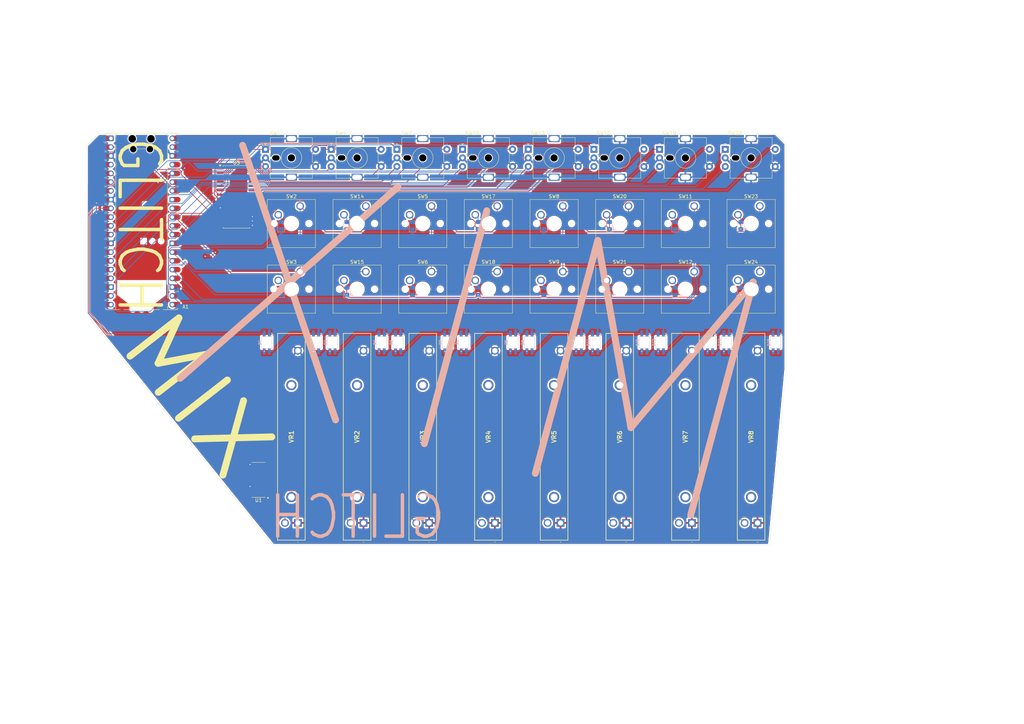
<source format=kicad_pcb>
(kicad_pcb (version 20241229) (generator "pcbnew") (generator_version "9.0")
  (layers (0 "F.Cu" signal) (2 "B.Cu" signal) (13 "F.Paste" user) (15 "B.Paste" user) (5 "F.SilkS" user "F.Silkscreen") (7 "B.SilkS" user "B.Silkscreen") (1 "F.Mask" user) (3 "B.Mask" user) (25 "Edge.Cuts" user))
  (net 0 "")
  (net 1 "GND")
  (net 2 "row2")
  (net 3 "CH5A")
  (net 4 "RX")
  (net 5 "CH6C")
  (net 6 "+3V3")
  (net 7 "CH5B")
  (net 9 "row0")
  (net 11 "SDA")
  (net 12 "CH7A")
  (net 13 "CSn")
  (net 16 "col3")
  (net 17 "rgb")
  (net 19 "CH7B")
  (net 24 "CH6B")
  (net 25 "col1")
  (net 26 "CH7C")
  (net 27 "SCL")
  (net 28 "row1")
  (net 29 "col2")
  (net 33 "CH6A")
  (net 34 "TX")
  (net 35 "col0")
  (net 36 "row3")
  (net 37 "CLK")
  (net 39 "CH5C")
  (net 43 "Net-(D1-DOUT)")
  (net 44 "Net-(D2-DOUT)")
  (net 45 "Net-(D3-DOUT)")
  (net 46 "Net-(D4-DOUT)")
  (net 47 "Net-(D5-DOUT)")
  (net 48 "Net-(D6-DOUT)")
  (net 49 "Net-(D7-DOUT)")
  (net 50 "Net-(D8-DOUT)")
  (net 51 "Net-(D10-DIN)")
  (net 52 "Net-(D10-DOUT)")
  (net 53 "Net-(D11-DOUT)")
  (net 54 "Net-(D12-DOUT)")
  (net 55 "Net-(D13-DOUT)")
  (net 56 "Net-(D14-DOUT)")
  (net 57 "Net-(D15-DOUT)")
  (net 59 "Net-(D17-A)")
  (net 60 "Net-(D18-A)")
  (net 61 "Net-(D19-A)")
  (net 62 "Net-(D20-A)")
  (net 63 "Net-(D21-A)")
  (net 64 "Net-(D22-A)")
  (net 65 "Net-(D23-A)")
  (net 66 "Net-(D24-A)")
  (net 67 "Net-(D25-A)")
  (net 68 "Net-(D26-A)")
  (net 69 "Net-(D27-A)")
  (net 70 "Net-(D28-A)")
  (net 71 "Net-(D29-A)")
  (net 72 "Net-(D30-A)")
  (net 73 "Net-(D31-A)")
  (net 74 "Net-(D32-A)")
  (net 75 "CH0B")
  (net 76 "CH0A")
  (net 77 "CH0C")
  (net 78 "CH1C")
  (net 79 "CH1A")
  (net 80 "CH1B")
  (net 81 "CH2A")
  (net 82 "CH2C")
  (net 83 "CH2B")
  (net 84 "CH3A")
  (net 85 "CH3B")
  (net 86 "CH3C")
  (net 87 "CH4C")
  (net 88 "CH4B")
  (net 89 "CH4A")
  (net 90 "CH2F")
  (net 91 "CH7F")
  (net 92 "CH3F")
  (net 93 "CH4F")
  (net 94 "CH5F")
  (net 95 "CH6F")
  (net 96 "CH0F")
  (net 97 "CH1F")
  (net 100 "CH0D")
  (footprint "Button_Switch_Keyboard:SW_Cherry_MX_1.00u_PCB" (layer "F.Cu") (at 201.374446 78.859117)
    (property "Reference" "SW12")
    (property "Value" "SW_Push")
  )
  (footprint "KiCad:RS45111A900F" (layer "F.Cu") (at 124.509446 151.801617 90)
    (property "Reference" "VR3")
    (property "Value" "RS45111A900F" (hide yes))
  )
  (footprint "Button_Switch_Keyboard:SW_Cherry_MX_1.00u_PCB" (layer "F.Cu") (at 182.324446 59.809117)
    (property "Reference" "SW20")
    (property "Value" "SW_Push")
  )
  (footprint "KiCad:RS45111A900F" (layer "F.Cu") (at 105.459446 151.801617 90)
    (property "Reference" "VR2")
    (property "Value" "RS45111A900F" (hide yes))
  )
  (footprint "Rotary_Encoder:RotaryEncoder_Alps_EC11E-Switch_Vertical_H20mm_MountingHoles" (layer "F.Cu") (at 210.384446 43.339117)
    (property "Reference" "SW22")
    (property "Value" "RotaryEncoder_Switch_MP")
  )
  (footprint "Button_Switch_Keyboard:SW_Cherry_MX_1.00u_PCB" (layer "F.Cu") (at 144.224446 59.809117)
    (property "Reference" "SW17")
    (property "Value" "SW_Push")
  )
  (footprint "Rotary_Encoder:RotaryEncoder_Alps_EC11E-Switch_Vertical_H20mm_MountingHoles" (layer "F.Cu") (at 77.034446 43.339117)
    (property "Reference" "SW1")
    (property "Value" "RotaryEncoder_Switch_MP")
  )
  (footprint "Button_Switch_Keyboard:SW_Cherry_MX_1.00u_PCB" (layer "F.Cu") (at 201.374446 59.809117)
    (property "Reference" "SW11")
    (property "Value" "SW_Push")
  )
  (footprint "Button_Switch_Keyboard:SW_Cherry_MX_1.00u_PCB" (layer "F.Cu") (at 87.074446 78.859117)
    (property "Reference" "SW3")
    (property "Value" "SW_Push")
  )
  (footprint "Button_Switch_Keyboard:SW_Cherry_MX_1.00u_PCB" (layer "F.Cu") (at 163.274446 78.859117)
    (property "Reference" "SW9")
    (property "Value" "SW_Push")
  )
  (footprint "Button_Switch_Keyboard:SW_Cherry_MX_1.00u_PCB" (layer "F.Cu") (at 144.224446 78.859117)
    (property "Reference" "SW18")
    (property "Value" "SW_Push")
  )
  (footprint "KiCad:RS45111A900F" (layer "F.Cu") (at 219.759446 151.801617 90)
    (property "Reference" "VR8")
    (property "Value" "RS45111A900F" (hide yes))
  )
  (footprint "Rotary_Encoder:RotaryEncoder_Alps_EC11E-Switch_Vertical_H20mm_MountingHoles" (layer "F.Cu") (at 191.334446 43.339117)
    (property "Reference" "SW19")
    (property "Value" "RotaryEncoder_Switch_MP")
  )
  (footprint "KiCad:RS45111A900F" (layer "F.Cu") (at 200.709446 151.801617 90)
    (property "Reference" "VR7")
    (property "Value" "RS45111A900F" (hide yes))
  )
  (footprint "Module:RaspberryPi_Pico_Common_Unspecified" (layer "F.Cu") (at 41.076597 64.293804)
    (property "Reference" "A1")
    (property "Value" "RaspberryPi_Pico")
  )
  (footprint "Button_Switch_Keyboard:SW_Cherry_MX_1.00u_PCB" (layer "F.Cu") (at 106.124446 59.809117)
    (property "Reference" "SW14")
    (property "Value" "SW_Push")
  )
  (footprint "Rotary_Encoder:RotaryEncoder_Alps_EC11E-Switch_Vertical_H20mm_MountingHoles" (layer "F.Cu") (at 172.284446 43.339117)
    (property "Reference" "SW16")
    (property "Value" "RotaryEncoder_Switch_MP")
  )
  (footprint "Button_Switch_Keyboard:SW_Cherry_MX_1.00u_PCB" (layer "F.Cu") (at 220.424446 59.809117)
    (property "Reference" "SW23")
    (property "Value" "SW_Push")
  )
  (footprint "Button_Switch_Keyboard:SW_Cherry_MX_1.00u_PCB" (layer "F.Cu") (at 125.174446 78.859117)
    (property "Reference" "SW6")
    (property "Value" "SW_Push")
  )
  (footprint "KiCad:RS45111A900F" (layer "F.Cu") (at 181.659446 151.801617 90)
    (property "Reference" "VR6")
    (property "Value" "RS45111A900F" (hide yes))
  )
  (footprint "Package_SO:SOIC-28W_7.5x17.9mm_P1.27mm" (layer "F.Cu") (at 68.573499 57.150048)
    (property "Reference" "U3")
    (property "Value" "MCP23017_SO")
  )
  (footprint "Button_Switch_Keyboard:SW_Cherry_MX_1.00u_PCB" (layer "F.Cu") (at 87.074446 59.809117)
    (property "Reference" "SW2")
    (property "Value" "SW_Push")
  )
  (footprint "Button_Switch_Keyboard:SW_Cherry_MX_1.00u_PCB" (layer "F.Cu") (at 220.424446 78.859117)
    (property "Reference" "SW24")
    (property "Value" "SW_Push")
  )
  (footprint "KiCad:RS45111A900F" (layer "F.Cu") (at 143.559446 151.801617 90)
    (property "Reference" "VR4")
    (property "Value" "RS45111A900F" (hide yes))
  )
  (footprint "Button_Switch_Keyboard:SW_Cherry_MX_1.00u_PCB" (layer "F.Cu") (at 125.174446 59.809117)
    (property "Reference" "SW5")
    (property "Value" "SW_Push")
  )
  (footprint "Rotary_Encoder:RotaryEncoder_Alps_EC11E-Switch_Vertical_H20mm_MountingHoles" (layer "F.Cu") (at 96.084446 43.339117)
    (property "Reference" "SW4")
    (property "Value" "RotaryEncoder_Switch_MP")
  )
  (footprint "Rotary_Encoder:RotaryEncoder_Alps_EC11E-Switch_Vertical_H20mm_MountingHoles" (layer "F.Cu") (at 153.234446 43.339117)
    (property "Reference" "SW13")
    (property "Value" "RotaryEncoder_Switch_MP")
  )
  (footprint "Button_Switch_Keyboard:SW_Cherry_MX_1.00u_PCB" (layer "F.Cu") (at 106.124446 78.859117)
    (property "Reference" "SW15")
    (property "Value" "SW_Push")
  )
  (footprint "Package_SO:SOIC-16_3.9x9.9mm_P1.27mm" (layer "F.Cu") (at 75.009438 139.303242 180)
    (property "Reference" "U1")
    (property "Value" "MCP3008")
  )
  (footprint "KiCad:RS45111A900F" (layer "F.Cu") (at 86.409446 151.801617 90)
    (property "Reference" "VR1")
    (property "Value" "RS45111A900F" (hide yes))
  )
  (footprint "Rotary_Encoder:RotaryEncoder_Alps_EC11E-Switch_Vertical_H20mm_MountingHoles" (layer "F.Cu") (at 134.184446 43.339117)
    (property "Reference" "SW10")
    (property "Value" "RotaryEncoder_Switch_MP")
  )
  (footprint "Rotary_Encoder:RotaryEncoder_Alps_EC11E-Switch_Vertical_H20mm_MountingHoles" (layer "F.Cu") (at 115.134446 43.339117)
    (property "Reference" "SW7")
    (property "Value" "RotaryEncoder_Switch_MP")
  )
  (footprint "KiCad:RS45111A900F" (layer "F.Cu") (at 162.609446 151.801617 90)
    (property "Reference" "VR5")
    (property "Value" "RS45111A900F" (hide yes))
  )
  (footprint "Button_Switch_Keyboard:SW_Cherry_MX_1.00u_PCB" (layer "F.Cu") (at 163.274446 59.809117)
    (property "Reference" "SW8")
    (property "Value" "SW_Push")
  )
  (footprint "Button_Switch_Keyboard:SW_Cherry_MX_1.00u_PCB" (layer "F.Cu") (at 182.324446 78.859117)
    (property "Reference" "SW21")
    (property "Value" "SW_Push")
  )
  (footprint "Diode_SMD:D_0805_2012Metric_Pad1.15x1.40mm_HandSolder" (layer "B.Cu") (at 157.757969 65.484466 90)
    (property "Reference" "D19")
    (property "Value" "D_45deg")
  )
  (footprint "cheyao macropad main PCB-third_party_neopixel.petty:SK6812MINI-E" (layer "B.Cu") (at 191.69081 99.417307 90)
    (property "Reference" "D13")
    (property "Value" "SK6812MINI" (hide yes))
    (fp_line (start 1.7 -1.5) (end -1.7 -1.5) (stroke (width 0.12)) (layer "Edge.Cuts"))
    (fp_line (start -1.7 -1.5) (end -1.7 1.5) (stroke (width 0.12)) (layer "Edge.Cuts"))
    (fp_line (start 1.7 1.5) (end 1.7 -1.5) (stroke (width 0.12)) (layer "Edge.Cuts"))
    (fp_line (start -1.7 1.5) (end 1.7 1.5) (stroke (width 0.12)) (layer "Edge.Cuts"))
  )
  (footprint "Diode_SMD:D_0805_2012Metric_Pad1.15x1.40mm_HandSolder" (layer "B.Cu") (at 195.858001 84.534482 90)
    (property "Reference" "D24")
    (property "Value" "D_45deg")
  )
  (footprint "cheyao macropad main PCB-third_party_neopixel.petty:SK6812MINI-E" (layer "B.Cu") (at 167.87829 99.417307 90)
    (property "Reference" "D10")
    (property "Value" "SK6812MINI" (hide yes))
    (fp_line (start 1.7 -1.5) (end -1.7 -1.5) (stroke (width 0.12)) (layer "Edge.Cuts"))
    (fp_line (start -1.7 -1.5) (end -1.7 1.5) (stroke (width 0.12)) (layer "Edge.Cuts"))
    (fp_line (start 1.7 1.5) (end 1.7 -1.5) (stroke (width 0.12)) (layer "Edge.Cuts"))
    (fp_line (start -1.7 1.5) (end 1.7 1.5) (stroke (width 0.12)) (layer "Edge.Cuts"))
  )
  (footprint "Diode_SMD:D_0805_2012Metric_Pad1.15x1.40mm_HandSolder" (layer "B.Cu") (at 157.757969 84.534482 90)
    (property "Reference" "D23")
    (property "Value" "D_45deg")
  )
  (footprint "cheyao macropad main PCB-third_party_neopixel.petty:SK6812MINI-E" (layer "B.Cu") (at 110.728242 99.417307 90)
    (property "Reference" "D4")
    (property "Value" "SK6812MINI" (hide yes))
    (fp_line (start 1.7 -1.5) (end -1.7 -1.5) (stroke (width 0.12)) (layer "Edge.Cuts"))
    (fp_line (start -1.7 -1.5) (end -1.7 1.5) (stroke (width 0.12)) (layer "Edge.Cuts"))
    (fp_line (start 1.7 1.5) (end 1.7 -1.5) (stroke (width 0.12)) (layer "Edge.Cuts"))
    (fp_line (start -1.7 1.5) (end 1.7 1.5) (stroke (width 0.12)) (layer "Edge.Cuts"))
  )
  (footprint "Diode_SMD:D_0805_2012Metric_Pad1.15x1.40mm_HandSolder" (layer "B.Cu") (at 100.607921 65.484466 90)
    (property "Reference" "D25")
    (property "Value" "D_45deg")
  )
  (footprint "Diode_SMD:D_0805_2012Metric_Pad1.15x1.40mm_HandSolder" (layer "B.Cu") (at 176.807985 65.484466 90)
    (property "Reference" "D27")
    (property "Value" "D_45deg")
  )
  (footprint "cheyao macropad main PCB-third_party_neopixel.petty:SK6812MINI-E" (layer "B.Cu") (at 205.978322 99.417307 90)
    (property "Reference" "D14")
    (property "Value" "SK6812MINI" (hide yes))
    (fp_line (start 1.7 -1.5) (end -1.7 -1.5) (stroke (width 0.12)) (layer "Edge.Cuts"))
    (fp_line (start -1.7 -1.5) (end -1.7 1.5) (stroke (width 0.12)) (layer "Edge.Cuts"))
    (fp_line (start 1.7 1.5) (end 1.7 -1.5) (stroke (width 0.12)) (layer "Edge.Cuts"))
    (fp_line (start -1.7 1.5) (end 1.7 1.5) (stroke (width 0.12)) (layer "Edge.Cuts"))
  )
  (footprint "Diode_SMD:D_0805_2012Metric_Pad1.15x1.40mm_HandSolder" (layer "B.Cu") (at 214.908017 84.534482 90)
    (property "Reference" "D32")
    (property "Value" "D_45deg")
  )
  (footprint "Diode_SMD:D_0805_2012Metric_Pad1.15x1.40mm_HandSolder" (layer "B.Cu") (at 195.858001 65.484466 90)
    (property "Reference" "D20")
    (property "Value" "D_45deg")
  )
  (footprint "Diode_SMD:D_0805_2012Metric_Pad1.15x1.40mm_HandSolder" (layer "B.Cu") (at 81.557905 65.484466 90)
    (property "Reference" "D17")
    (property "Value" "D_45deg")
  )
  (footprint "cheyao macropad main PCB-third_party_neopixel.petty:SK6812MINI-E" (layer "B.Cu") (at 148.828274 99.417307 90)
    (property "Reference" "D8")
    (property "Value" "SK6812MINI" (hide yes))
    (fp_line (start 1.7 -1.5) (end -1.7 -1.5) (stroke (width 0.12)) (layer "Edge.Cuts"))
    (fp_line (start -1.7 -1.5) (end -1.7 1.5) (stroke (width 0.12)) (layer "Edge.Cuts"))
    (fp_line (start 1.7 1.5) (end 1.7 -1.5) (stroke (width 0.12)) (layer "Edge.Cuts"))
    (fp_line (start -1.7 1.5) (end 1.7 1.5) (stroke (width 0.12)) (layer "Edge.Cuts"))
  )
  (footprint "cheyao macropad main PCB-third_party_neopixel.petty:SK6812MINI-E" (layer "B.Cu") (at 172.640794 99.417307 90)
    (property "Reference" "D11")
    (property "Value" "SK6812MINI" (hide yes))
    (fp_line (start 1.7 -1.5) (end -1.7 -1.5) (stroke (width 0.12)) (layer "Edge.Cuts"))
    (fp_line (start -1.7 -1.5) (end -1.7 1.5) (stroke (width 0.12)) (layer "Edge.Cuts"))
    (fp_line (start 1.7 1.5) (end 1.7 -1.5) (stroke (width 0.12)) (layer "Edge.Cuts"))
    (fp_line (start -1.7 1.5) (end 1.7 1.5) (stroke (width 0.12)) (layer "Edge.Cuts"))
  )
  (footprint "cheyao macropad main PCB-third_party_neopixel.petty:SK6812MINI-E" (layer "B.Cu") (at 153.590778 99.417307 90)
    (property "Reference" "D9")
    (property "Value" "SK6812MINI" (hide yes))
    (fp_line (start 1.7 -1.5) (end -1.7 -1.5) (stroke (width 0.12)) (layer "Edge.Cuts"))
    (fp_line (start -1.7 -1.5) (end -1.7 1.5) (stroke (width 0.12)) (layer "Edge.Cuts"))
    (fp_line (start 1.7 1.5) (end 1.7 -1.5) (stroke (width 0.12)) (layer "Edge.Cuts"))
    (fp_line (start -1.7 1.5) (end 1.7 1.5) (stroke (width 0.12)) (layer "Edge.Cuts"))
  )
  (footprint "Diode_SMD:D_0805_2012Metric_Pad1.15x1.40mm_HandSolder" (layer "B.Cu") (at 138.707953 65.484466 90)
    (property "Reference" "D26")
    (property "Value" "D_45deg")
  )
  (footprint "Diode_SMD:D_0805_2012Metric_Pad1.15x1.40mm_HandSolder" (layer "B.Cu") (at 214.908017 65.484466 90)
    (property "Reference" "D28")
    (property "Value" "D_45deg")
  )
  (footprint "cheyao macropad main PCB-third_party_neopixel.petty:SK6812MINI-E" (layer "B.Cu") (at 225.028338 99.417307 90)
    (property "Reference" "D16")
    (property "Value" "SK6812MINI" (hide yes))
    (fp_line (start 1.7 -1.5) (end -1.7 -1.5) (stroke (width 0.12)) (layer "Edge.Cuts"))
    (fp_line (start -1.7 -1.5) (end -1.7 1.5) (stroke (width 0.12)) (layer "Edge.Cuts"))
    (fp_line (start 1.7 1.5) (end 1.7 -1.5) (stroke (width 0.12)) (layer "Edge.Cuts"))
    (fp_line (start -1.7 1.5) (end 1.7 1.5) (stroke (width 0.12)) (layer "Edge.Cuts"))
  )
  (footprint "cheyao macropad main PCB-third_party_neopixel.petty:SK6812MINI-E" (layer "B.Cu") (at 77.390714 99.417307 90)
    (property "Reference" "D1")
    (property "Value" "SK6812MINI" (hide yes))
    (fp_line (start 1.7 -1.5) (end -1.7 -1.5) (stroke (width 0.12)) (layer "Edge.Cuts"))
    (fp_line (start -1.7 -1.5) (end -1.7 1.5) (stroke (width 0.12)) (layer "Edge.Cuts"))
    (fp_line (start 1.7 1.5) (end 1.7 -1.5) (stroke (width 0.12)) (layer "Edge.Cuts"))
    (fp_line (start -1.7 1.5) (end 1.7 1.5) (stroke (width 0.12)) (layer "Edge.Cuts"))
  )
  (footprint "cheyao macropad main PCB-third_party_neopixel.petty:SK6812MINI-E" (layer "B.Cu") (at 115.490746 99.417307 90)
    (property "Reference" "D5")
    (property "Value" "SK6812MINI" (hide yes))
    (fp_line (start 1.7 -1.5) (end -1.7 -1.5) (stroke (width 0.12)) (layer "Edge.Cuts"))
    (fp_line (start -1.7 -1.5) (end -1.7 1.5) (stroke (width 0.12)) (layer "Edge.Cuts"))
    (fp_line (start 1.7 1.5) (end 1.7 -1.5) (stroke (width 0.12)) (layer "Edge.Cuts"))
    (fp_line (start -1.7 1.5) (end 1.7 1.5) (stroke (width 0.12)) (layer "Edge.Cuts"))
  )
  (footprint "cheyao macropad main PCB-third_party_neopixel.petty:SK6812MINI-E" (layer "B.Cu") (at 91.678226 99.417307 90)
    (property "Reference" "D2")
    (property "Value" "SK6812MINI" (hide yes))
    (fp_line (start 1.7 -1.5) (end -1.7 -1.5) (stroke (width 0.12)) (layer "Edge.Cuts"))
    (fp_line (start -1.7 -1.5) (end -1.7 1.5) (stroke (width 0.12)) (layer "Edge.Cuts"))
    (fp_line (start 1.7 1.5) (end 1.7 -1.5) (stroke (width 0.12)) (layer "Edge.Cuts"))
    (fp_line (start -1.7 1.5) (end 1.7 1.5) (stroke (width 0.12)) (layer "Edge.Cuts"))
  )
  (footprint "cheyao macropad main PCB-third_party_neopixel.petty:SK6812MINI-E" (layer "B.Cu") (at 96.44073 99.417307 90)
    (property "Reference" "D3")
    (property "Value" "SK6812MINI" (hide yes))
    (fp_line (start 1.7 -1.5) (end -1.7 -1.5) (stroke (width 0.12)) (layer "Edge.Cuts"))
    (fp_line (start -1.7 -1.5) (end -1.7 1.5) (stroke (width 0.12)) (layer "Edge.Cuts"))
    (fp_line (start 1.7 1.5) (end 1.7 -1.5) (stroke (width 0.12)) (layer "Edge.Cuts"))
    (fp_line (start -1.7 1.5) (end 1.7 1.5) (stroke (width 0.12)) (layer "Edge.Cuts"))
  )
  (footprint "Diode_SMD:D_0805_2012Metric_Pad1.15x1.40mm_HandSolder" (layer "B.Cu") (at 138.707953 84.534482 90)
    (property "Reference" "D30")
    (property "Value" "D_45deg")
  )
  (footprint "Diode_SMD:D_0805_2012Metric_Pad1.15x1.40mm_HandSolder" (layer "B.Cu") (at 176.807985 84.534482 90)
    (property "Reference" "D31")
    (property "Value" "D_45deg")
  )
  (footprint "Diode_SMD:D_0805_2012Metric_Pad1.15x1.40mm_HandSolder" (layer "B.Cu") (at 119.657937 65.484466 90)
    (property "Reference" "D18")
    (property "Value" "D_45deg")
  )
  (footprint "cheyao macropad main PCB-third_party_neopixel.petty:SK6812MINI-E" (layer "B.Cu") (at 186.928306 99.417307 90)
    (property "Reference" "D12")
    (property "Value" "SK6812MINI" (hide yes))
    (fp_line (start 1.7 -1.5) (end -1.7 -1.5) (stroke (width 0.12)) (layer "Edge.Cuts"))
    (fp_line (start -1.7 -1.5) (end -1.7 1.5) (stroke (width 0.12)) (layer "Edge.Cuts"))
    (fp_line (start 1.7 1.5) (end 1.7 -1.5) (stroke (width 0.12)) (layer "Edge.Cuts"))
    (fp_line (start -1.7 1.5) (end 1.7 1.5) (stroke (width 0.12)) (layer "Edge.Cuts"))
  )
  (footprint "Diode_SMD:D_0805_2012Metric_Pad1.15x1.40mm_HandSolder" (layer "B.Cu") (at 119.657937 84.534482 90)
    (property "Reference" "D22")
    (property "Value" "D_45deg")
  )
  (footprint "Diode_SMD:D_0805_2012Metric_Pad1.15x1.40mm_HandSolder" (layer "B.Cu") (at 100.607921 84.534482 90)
    (property "Reference" "D29")
    (property "Value" "D_45deg")
  )
  (footprint "cheyao macropad main PCB-third_party_neopixel.petty:SK6812MINI-E" (layer "B.Cu") (at 210.740826 99.417307 90)
    (property "Reference" "D15")
    (property "Value" "SK6812MINI" (hide yes))
    (fp_line (start 1.7 -1.5) (end -1.7 -1.5) (stroke (width 0.12)) (layer "Edge.Cuts"))
    (fp_line (start -1.7 -1.5) (end -1.7 1.5) (stroke (width 0.12)) (layer "Edge.Cuts"))
    (fp_line (start 1.7 1.5) (end 1.7 -1.5) (stroke (width 0.12)) (layer "Edge.Cuts"))
    (fp_line (start -1.7 1.5) (end 1.7 1.5) (stroke (width 0.12)) (layer "Edge.Cuts"))
  )
  (footprint "Diode_SMD:D_0805_2012Metric_Pad1.15x1.40mm_HandSolder" (layer "B.Cu") (at 81.557905 84.534482 90)
    (property "Reference" "D21")
    (property "Value" "D_45deg")
  )
  (footprint "cheyao macropad main PCB-third_party_neopixel.petty:SK6812MINI-E" (layer "B.Cu") (at 134.540762 99.417307 90)
    (property "Reference" "D7")
    (property "Value" "SK6812MINI" (hide yes))
    (fp_line (start 1.7 -1.5) (end -1.7 -1.5) (stroke (width 0.12)) (layer "Edge.Cuts"))
    (fp_line (start -1.7 -1.5) (end -1.7 1.5) (stroke (width 0.12)) (layer "Edge.Cuts"))
    (fp_line (start 1.7 1.5) (end 1.7 -1.5) (stroke (width 0.12)) (layer "Edge.Cuts"))
    (fp_line (start -1.7 1.5) (end 1.7 1.5) (stroke (width 0.12)) (layer "Edge.Cuts"))
  )
  (footprint "cheyao macropad main PCB-third_party_neopixel.petty:SK6812MINI-E" (layer "B.Cu") (at 129.778258 99.417307 90)
    (property "Reference" "D6")
    (property "Value" "SK6812MINI" (hide yes))
    (fp_line (start 1.7 -1.5) (end -1.7 -1.5) (stroke (width 0.12)) (layer "Edge.Cuts"))
    (fp_line (start -1.7 -1.5) (end -1.7 1.5) (stroke (width 0.12)) (layer "Edge.Cuts"))
    (fp_line (start 1.7 1.5) (end 1.7 -1.5) (stroke (width 0.12)) (layer "Edge.Cuts"))
    (fp_line (start -1.7 1.5) (end 1.7 1.5) (stroke (width 0.12)) (layer "Edge.Cuts"))
  )
  (gr_line (start 25.003146 91.082889) (end 25.003146 42.267223) (stroke (width 0.05)) (layer "Edge.Cuts"))
  (gr_line (start 225.028314 38.695345) (end 228.004879 41.67191) (stroke (width 0.05)) (layer "Edge.Cuts"))
  (gr_line (start 228.004879 107.15634) (end 223.242375 158.353258) (stroke (width 0.05)) (layer "Edge.Cuts"))
  (gr_line (start 79.176629 158.353258) (end 25.003146 91.082889) (stroke (width 0.05)) (layer "Edge.Cuts"))
  (gr_line (start 28.575024 38.695345) (end 225.028314 38.695345) (stroke (width 0.05)) (layer "Edge.Cuts"))
  (gr_line (start 25.003146 42.267223) (end 28.575024 38.695345) (stroke (width 0.05)) (layer "Edge.Cuts"))
  (gr_line (start 223.242375 158.353258) (end 79.176629 158.353258) (stroke (width 0.05)) (layer "Edge.Cuts"))
  (gr_line (start 228.004879 41.67191) (end 228.004879 107.15634) (stroke (width 0.05)) (layer "Edge.Cuts"))
  (gr_text "MIX" (at 32.146902 100.012584 308) (layer "F.SilkS") (effects (font (size 18 20) (thickness 2)) (justify left bottom)))
  (gr_text "GLITCH" (at 33.337528 39.290658 -90) (layer "F.SilkS") (effects (font (size 12 10) (thickness 1)) (justify left bottom)))
  (gr_text "MIX" (at 215.503306 162.520449 345) (layer "B.SilkS") (effects (font (size 70 70) (thickness 2)) (justify left bottom mirror)))
  (gr_text "GLITCH" (at 129.778234 157.162632 -0) (layer "B.SilkS") (effects (font (size 12 10) (thickness 1)) (justify left bottom mirror)))
  (segment (start 103.584446 51.439117) (end 107.484446 51.439117) (width 0.2) (layer "F.Cu") (net 1))
  (segment (start 126.534446 51.439117) (end 129.634446 48.339117) (width 0.2) (layer "F.Cu") (net 1))
  (segment (start 27.979711 58.935987) (end 27.979711 61.912552) (width 0.2) (layer "F.Cu") (net 1))
  (segment (start 107.484446 51.439117) (end 110.584446 48.339117) (width 0.2) (layer "F.Cu") (net 1))
  (segment (start 122.634446 51.439117) (end 126.534446 51.439117) (width 0.2) (layer "F.Cu") (net 1))
  (segment (start 49.966597 70.643804) (end 48.865597 71.744804) (width 0.2) (layer "F.Cu") (net 1))
  (segment (start 48.865597 71.744804) (end 48.865597 82.242804) (width 0.2) (layer "F.Cu") (net 1))
  (segment (start 48.865597 82.242804) (end 49.966597 83.343804) (width 0.2) (layer "F.Cu") (net 1))
  (via (at 73.223499 65.405048) (size 0.6) (drill 0.3) (layers "F.Cu" "B.Cu") (net 1))
  (via (at 63.923498 60.325048) (size 0.6) (drill 0.3) (layers "F.Cu" "B.Cu") (net 1))
  (via (at 27.979711 58.935987) (size 0.6) (drill 0.3) (layers "F.Cu" "B.Cu") (net 1))
  (via (at 72.534438 141.208242) (size 0.6) (drill 0.3) (layers "F.Cu" "B.Cu") (net 1))
  (via (at 27.979711 61.912552) (size 0.6) (drill 0.3) (layers "F.Cu" "B.Cu") (net 1))
  (via (at 72.534438 134.858242) (size 0.6) (drill 0.3) (layers "F.Cu" "B.Cu") (net 1))
  (via (at 73.223499 64.135047) (size 0.6) (drill 0.3) (layers "F.Cu" "B.Cu") (net 1))
  (via (at 73.223499 62.865048) (size 0.6) (drill 0.3) (layers "F.Cu" "B.Cu") (net 1))
  (segment (start 53.604742 70.643804) (end 63.923498 60.325048) (width 0.2) (layer "B.Cu") (net 1))
  (segment (start 49.966597 70.643804) (end 53.604742 70.643804) (width 0.2) (layer "B.Cu") (net 1))
  (segment (start 48.865597 66.202804) (end 48.865597 62.567754) (width 0.2) (layer "F.Cu") (net 2))
  (segment (start 175.905446 65.386587) (end 175.905446 64.391647) (width 0.2) (layer "F.Cu") (net 2))
  (segment (start 136.106976 63.688117) (end 137.101916 63.688117) (width 0.2) (layer "F.Cu") (net 2))
  (segment (start 181.811575 58.340674) (end 207.954473 58.340674) (width 0.2) (layer "F.Cu") (net 2))
  (segment (start 98.426324 66.509465) (end 100.607921 66.509465) (width 0.2) (layer "F.Cu") (net 2))
  (segment (start 137.69526 65.496772) (end 138.707953 66.509465) (width 0.2) (layer "F.Cu") (net 2))
  (segment (start 101.233446 65.862933) (end 101.243949 65.873437) (width 0.2) (layer "F.Cu") (net 2))
  (segment (start 101.243949 65.873437) (end 100.607921 66.509465) (width 0.2) (layer "F.Cu") (net 2))
  (segment (start 90.324976 58.408117) (end 98.426324 66.509465) (width 0.2) (layer "F.Cu") (net 2))
  (segment (start 139.343965 65.873453) (end 138.707953 66.509465) (width 0.2) (layer "F.Cu") (net 2))
  (segment (start 140.71063 62.538117) (end 139.333446 63.915301) (width 0.2) (layer "F.Cu") (net 2))
  (segment (start 139.333446 63.915301) (end 139.333446 65.862933) (width 0.2) (layer "F.Cu") (net 2))
  (segment (start 102.517359 62.631388) (end 102.517359 61.43489) (width 0.2) (layer "F.Cu") (net 2))
  (segment (start 176.807985 63.496892) (end 180.923446 59.381431) (width 0.2) (layer "F.Cu") (net 2))
  (segment (start 102.517359 61.43489) (end 105.611575 58.340674) (width 0.2) (layer "F.Cu") (net 2))
  (segment (start 130.539162 58.340674) (end 135.99679 63.798302) (width 0.2) (layer "F.Cu") (net 2))
  (segment (start 135.99679 63.798302) (end 136.106976 63.688117) (width 0.2) (layer "F.Cu") (net 2))
  (segment (start 137.805446 65.386587) (end 137.69526 65.496772) (width 0.2) (layer "F.Cu") (net 2))
  (segment (start 176.807985 66.509465) (end 176.807985 63.496892) (width 0.2) (layer "F.Cu") (net 2))
  (segment (start 101.233446 63.915301) (end 101.233446 65.862933) (width 0.2) (layer "F.Cu") (net 2))
  (segment (start 176.807985 66.509465) (end 175.795276 65.496756) (width 0.2) (layer "F.Cu") (net 2))
  (segment (start 180.923446 59.228803) (end 181.811575 58.340674) (width 0.2) (layer "F.Cu") (net 2))
  (segment (start 143.711575 58.340674) (end 140.71063 61.341619) (width 0.2) (layer "F.Cu") (net 2))
  (segment (start 168.639194 58.340674) (end 143.711575 58.340674) (width 0.2) (layer "F.Cu") (net 2))
  (segment (start 48.865597 62.567754) (end 49.510547 61.922804) (width 0.2) (layer "F.Cu") (net 2))
  (segment (start 175.795276 65.496756) (end 175.905446 65.386587) (width 0.2) (layer "F.Cu") (net 2))
  (segment (start 105.611575 58.340674) (end 130.539162 58.340674) (width 0.2) (layer "F.Cu") (net 2))
  (segment (start 60.044288 61.922804) (end 62.857531 64.736047) (width 0.2) (layer "F.Cu") (net 2))
  (segment (start 137.805446 64.391647) (end 137.805446 65.386587) (width 0.2) (layer "F.Cu") (net 2))
  (segment (start 137.101916 63.688117) (end 137.805446 64.391647) (width 0.2) (layer "F.Cu") (net 2))
  (segment (start 214.908017 65.294218) (end 214.908017 66.509465) (width 0.2) (layer "F.Cu") (net 2))
  (segment (start 175.905446 64.391647) (end 175.201916 63.688117) (width 0.2) (layer "F.Cu") (net 2))
  (segment (start 174.096806 63.798286) (end 168.639194 58.340674) (width 0.2) (layer "F.Cu") (net 2))
  (segment (start 102.517359 62.631388) (end 101.233446 63.915301) (width 0.2) (layer "F.Cu") (net 2))
  (segment (start 49.510547 61.922804) (end 60.044288 61.922804) (width 0.2) (layer "F.Cu") (net 2))
  (segment (start 139.333446 65.862933) (end 139.343965 65.873453) (width 0.2) (layer "F.Cu") (net 2))
  (segment (start 50.766597 68.103804) (end 48.865597 66.202804) (width 0.2) (layer "F.Cu") (net 2))
  (segment (start 102.61063 62.538117) (end 102.517359 62.631388) (width 0.2) (layer "F.Cu") (net 2))
  (segment (start 140.71063 61.341619) (end 140.71063 62.538117) (width 0.2) (layer "F.Cu") (net 2))
  (segment (start 82.684132 58.408117) (end 90.324976 58.408117) (width 0.2) (layer "F.Cu") (net 2))
  (segment (start 175.201916 63.688117) (end 174.206976 63.688117) (width 0.2) (layer "F.Cu") (net 2))
  (segment (start 180.923446 59.381431) (end 180.923446 59.228803) (width 0.2) (layer "F.Cu") (net 2))
  (segment (start 62.857531 64.736047) (end 76.356202 64.736047) (width 0.2) (layer "F.Cu") (net 2))
  (segment (start 174.206976 63.688117) (end 174.096806 63.798286) (width 0.2) (layer "F.Cu") (net 2))
  (segment (start 76.356202 64.736047) (end 82.684132 58.408117) (width 0.2) (layer "F.Cu") (net 2))
  (segment (start 207.954473 58.340674) (end 214.908017 65.294218) (width 0.2) (layer "F.Cu") (net 2))
  (via (at 100.607921 66.509465) (size 0.6) (drill 0.3) (layers "F.Cu" "B.Cu") (net 2))
  (via (at 138.707953 66.509465) (size 0.6) (drill 0.3) (layers "F.Cu" "B.Cu") (net 2))
  (via (at 176.807985 66.509465) (size 0.6) (drill 0.3) (layers "F.Cu" "B.Cu") (net 2))
  (via (at 214.908017 66.509465) (size 0.6) (drill 0.3) (layers "F.Cu" "B.Cu") (net 2))
  (segment (start 75.733446 42.038117) (end 170.983446 42.038117) (width 0.2) (layer "B.Cu") (net 3))
  (segment (start 32.186597 63.023804) (end 48.527597 46.682804) (width 0.2) (layer "B.Cu") (net 3))
  (segment (start 170.983446 42.038117) (end 172.284446 43.339117) (width 0.2) (layer "B.Cu") (net 3))
  (segment (start 71.088759 46.682804) (end 75.733446 42.038117) (width 0.2) (layer "B.Cu") (net 3))
  (segment (start 48.527597 46.682804) (end 71.088759 46.682804) (width 0.2) (layer "B.Cu") (net 3))
  (segment (start 26.005146 55.959422) (end 29.100764 52.863804) (width 0.2) (layer "F.Cu") (net 4))
  (segment (start 26.005146 90.729588) (end 26.005146 55.959422) (width 0.2) (layer "F.Cu") (net 4))
  (segment (start 72.534438 138.668242) (end 71.441081 138.668242) (width 0.2) (layer "F.Cu") (net 4))
  (segment (start 36.357299 103.58446) (end 26.005146 90.729588) (width 0.2) (layer "F.Cu") (net 4))
  (segment (start 71.441081 138.668242) (end 36.357299 103.58446) (width 0.2) (layer "F.Cu") (net 4))
  (segment (start 29.100764 52.863804) (end 31.386597 52.863804) (width 0.2) (layer "F.Cu") (net 4))
  (segment (start 58.7293 53.784857) (end 193.286706 53.784857) (width 0.2) (layer "B.Cu") (net 5))
  (segment (start 32.186597 78.263804) (end 48.865597 61.584804) (width 0.2) (layer "B.Cu") (net 5))
  (segment (start 203.732446 43.339117) (end 205.834446 43.339117) (width 0.2) (layer "B.Cu") (net 5))
  (segment (start 50.929353 61.584804) (end 58.7293 53.784857) (width 0.2) (layer "B.Cu") (net 5))
  (segment (start 193.286706 53.784857) (end 203.732446 43.339117) (width 0.2) (layer "B.Cu") (net 5))
  (segment (start 48.865597 61.584804) (end 50.929353 61.584804) (width 0.2) (layer "B.Cu") (net 5))
  (via (at 205.228322 102.017308) (size 0.6) (drill 0.3) (layers "F.Cu" "B.Cu") (net 6))
  (via (at 129.028258 102.017308) (size 0.6) (drill 0.3) (layers "F.Cu" "B.Cu") (net 6))
  (via (at 114.740746 102.017308) (size 0.6) (drill 0.3) (layers "F.Cu" "B.Cu") (net 6))
  (via (at 148.078274 102.017308) (size 0.6) (drill 0.3) (layers "F.Cu" "B.Cu") (net 6))
  (via (at 186.178306 102.017308) (size 0.6) (drill 0.3) (layers "F.Cu" "B.Cu") (net 6))
  (via (at 53.57817 48.815666) (size 0.6) (drill 0.3) (layers "F.Cu" "B.Cu") (net 6))
  (via (at 62.507865 73.223499) (size 0.6) (drill 0.3) (layers "F.Cu" "B.Cu") (net 6))
  (via (at 59.5313 74.414125) (size 0.6) (drill 0.3) (layers "F.Cu" "B.Cu") (net 6))
  (via (at 209.990826 102.017308) (size 0.6) (drill 0.3) (layers "F.Cu" "B.Cu") (net 6))
  (via (at 109.978242 102.017308) (size 0.6) (drill 0.3) (layers "F.Cu" "B.Cu") (net 6))
  (via (at 45.839101 52.982857) (size 0.6) (drill 0.3) (layers "F.Cu" "B.Cu") (net 6))
  (via (at 133.790762 102.017308) (size 0.6) (drill 0.3) (layers "F.Cu" "B.Cu") (net 6))
  (via (at 95.69073 102.017308) (size 0.6) (drill 0.3) (layers "F.Cu" "B.Cu") (net 6))
  (via (at 171.890794 102.017308) (size 0.6) (drill 0.3) (layers "F.Cu" "B.Cu") (net 6))
  (via (at 167.12829 102.017308) (size 0.6) (drill 0.3) (layers "F.Cu" "B.Cu") (net 6))
  (via (at 152.840778 102.017308) (size 0.6) (drill 0.3) (layers "F.Cu" "B.Cu") (net 6))
  (via (at 90.928226 102.017308) (size 0.6) (drill 0.3) (layers "F.Cu" "B.Cu") (net 6))
  (via (at 224.278338 102.017308) (size 0.6) (drill 0.3) (layers "F.Cu" "B.Cu") (net 6))
  (via (at 190.94081 102.017308) (size 0.6) (drill 0.3) (layers "F.Cu" "B.Cu") (net 6))
  (via (at 76.640714 102.017308) (size 0.6) (drill 0.3) (layers "F.Cu" "B.Cu") (net 6))
  (segment (start 53.57817 48.815666) (end 53.280514 49.113322) (width 0.2) (layer "B.Cu") (net 6))
  (segment (start 59.5313 74.414125) (end 61.317239 74.414125) (width 0.2) (layer "B.Cu") (net 6))
  (segment (start 49.966597 50.323804) (end 52.070032 50.323804) (width 0.2) (layer "B.Cu") (net 6))
  (segment (start 48.498154 50.323804) (end 45.839101 52.982857) (width 0.2) (layer "B.Cu") (net 6))
  (segment (start 61.317239 74.414125) (end 62.507865 73.223499) (width 0.2) (layer "B.Cu") (net 6))
  (segment (start 49.966597 50.323804) (end 48.498154 50.323804) (width 0.2) (layer "B.Cu") (net 6))
  (segment (start 52.070032 50.323804) (end 53.57817 48.815666) (width 0.2) (layer "B.Cu") (net 6))
  (segment (start 48.865597 48.884804) (end 52.372483 48.884804) (width 0.2) (layer "B.Cu") (net 7))
  (segment (start 32.186597 65.563804) (end 48.865597 48.884804) (width 0.2) (layer "B.Cu") (net 7))
  (segment (start 54.173483 47.083804) (end 54.768796 47.083804) (width 0.2) (layer "B.Cu") (net 7))
  (segment (start 170.983446 49.640117) (end 172.284446 48.339117) (width 0.2) (layer "B.Cu") (net 7))
  (segment (start 54.768796 47.083804) (end 57.325109 49.640117) (width 0.2) (layer "B.Cu") (net 7))
  (segment (start 52.372483 48.884804) (end 54.173483 47.083804) (width 0.2) (layer "B.Cu") (net 7))
  (segment (start 57.325109 49.640117) (end 170.983446 49.640117) (width 0.2) (layer "B.Cu") (net 7))
  (segment (start 49.843547 71.749804) (end 76.317566 71.749804) (width 0.2) (layer "B.Cu") (net 9))
  (segment (start 82.433905 67.385465) (end 118.781937 67.385465) (width 0.2) (layer "B.Cu") (net 9))
  (segment (start 194.982001 67.385465) (end 195.858001 66.509465) (width 0.2) (layer "B.Cu") (net 9))
  (segment (start 81.557905 66.509465) (end 82.433905 67.385465) (width 0.2) (layer "B.Cu") (net 9))
  (segment (start 119.657937 66.509465) (end 120.533937 67.385465) (width 0.2) (layer "B.Cu") (net 9))
  (segment (start 156.881969 67.385465) (end 157.757969 66.509465) (width 0.2) (layer "B.Cu") (net 9))
  (segment (start 118.781937 67.385465) (end 119.657937 66.509465) (width 0.2) (layer "B.Cu") (net 9))
  (segment (start 48.865597 72.727754) (end 49.843547 71.749804) (width 0.2) (layer "B.Cu") (net 9))
  (segment (start 120.533937 67.385465) (end 156.881969 67.385465) (width 0.2) (layer "B.Cu") (net 9))
  (segment (start 158.633969 67.385465) (end 194.982001 67.385465) (width 0.2) (layer "B.Cu") (net 9))
  (segment (start 76.317566 71.749804) (end 81.557905 66.509465) (width 0.2) (layer "B.Cu") (net 9))
  (segment (start 49.966597 75.723804) (end 48.865597 74.622804) (width 0.2) (layer "B.Cu") (net 9))
  (segment (start 48.865597 74.622804) (end 48.865597 72.727754) (width 0.2) (layer "B.Cu") (net 9))
  (segment (start 157.757969 66.509465) (end 158.633969 67.385465) (width 0.2) (layer "B.Cu") (net 9))
  (segment (start 31.386597 40.163804) (end 29.485597 42.064804) (width 0.2) (layer "F.Cu") (net 11))
  (segment (start 53.694287 54.302804) (end 63.52653 64.135047) (width 0.2) (layer "F.Cu") (net 11))
  (segment (start 41.288547 45.742804) (end 49.848547 54.302804) (width 0.2) (layer "F.Cu") (net 11))
  (segment (start 63.52653 64.135047) (end 63.923499 64.135047) (width 0.2) (layer "F.Cu") (net 11))
  (segment (start 32.186597 40.163804) (end 31.386597 40.163804) (width 0.2) (layer "F.Cu") (net 11))
  (segment (start 29.485597 42.064804) (end 29.485597 43.177796) (width 0.2) (layer "F.Cu") (net 11))
  (segment (start 36.275679 44.137804) (end 37.880679 45.742804) (width 0.2) (layer "F.Cu") (net 11))
  (segment (start 49.848547 54.302804) (end 53.694287 54.302804) (width 0.2) (layer "F.Cu") (net 11))
  (segment (start 30.445605 44.137804) (end 36.275679 44.137804) (width 0.2) (layer "F.Cu") (net 11))
  (segment (start 37.880679 45.742804) (end 41.288547 45.742804) (width 0.2) (layer "F.Cu") (net 11))
  (segment (start 29.485597 43.177796) (end 30.445605 44.137804) (width 0.2) (layer "F.Cu") (net 11))
  (segment (start 48.865597 64.124804) (end 50.782979 64.124804) (width 0.2) (layer "B.Cu") (net 12))
  (segment (start 50.782979 64.124804) (end 60.721926 54.185857) (width 0.2) (layer "B.Cu") (net 12))
  (segment (start 60.721926 54.185857) (end 201.827598 54.185857) (width 0.2) (layer "B.Cu") (net 12))
  (segment (start 209.083446 46.930009) (end 209.083446 44.640117) (width 0.2) (layer "B.Cu") (net 12))
  (segment (start 201.827598 54.185857) (end 209.083446 46.930009) (width 0.2) (layer "B.Cu") (net 12))
  (segment (start 32.186597 80.803804) (end 48.865597 64.124804) (width 0.2) (layer "B.Cu") (net 12))
  (segment (start 209.083446 44.640117) (end 210.384446 43.339117) (width 0.2) (layer "B.Cu") (net 12))
  (segment (start 27.940016 55.403804) (end 26.807146 56.536674) (width 0.2) (layer "F.Cu") (net 13))
  (segment (start 26.807146 56.536674) (end 26.807146 77.39069) (width 0.2) (layer "F.Cu") (net 13))
  (segment (start 35.409852 101.129288) (end 70.408806 136.128242) (width 0.2) (layer "F.Cu") (net 13))
  (segment (start 32.186597 55.403804) (end 27.940016 55.403804) (width 0.2) (layer "F.Cu") (net 13))
  (segment (start 26.807146 77.39069) (end 26.807146 90.446804) (width 0.2) (layer "F.Cu") (net 13))
  (segment (start 70.408806 136.128242) (end 72.534438 136.128242) (width 0.2) (layer "F.Cu") (net 13))
  (segment (start 26.807146 90.446804) (end 35.409852 101.129288) (width 0.2) (layer "F.Cu") (net 13))
  (segment (start 220.424446 65.673933) (end 220.424446 59.809117) (width 0.2) (layer "F.Cu") (net 16))
  (segment (start 220.424446 68.806301) (end 218.858262 67.240117) (width 0.2) (layer "F.Cu") (net 16))
  (segment (start 208.805446 67.240117) (end 218.858262 67.240117) (width 0.2) (layer "F.Cu") (net 16))
  (segment (start 201.374446 78.859117) (end 201.374446 59.809117) (width 0.2) (layer "F.Cu") (net 16))
  (segment (start 218.858262 67.240117) (end 220.424446 65.673933) (width 0.2) (layer "F.Cu") (net 16))
  (segment (start 201.374446 59.809117) (end 208.805446 67.240117) (width 0.2) (layer "F.Cu") (net 16))
  (segment (start 220.424446 78.859117) (end 220.424446 68.806301) (width 0.2) (layer "F.Cu") (net 16))
  (segment (start 49.966597 78.263804) (end 58.539274 86.836481) (width 0.2) (layer "B.Cu") (net 16))
  (segment (start 201.374446 84.723933) (end 201.374446 78.859117) (width 0.2) (layer "B.Cu") (net 16))
  (segment (start 199.261898 86.836481) (end 201.374446 84.723933) (width 0.2) (layer "B.Cu") (net 16))
  (segment (start 58.539274 86.836481) (end 199.261898 86.836481) (width 0.2) (layer "B.Cu") (net 16))
  (segment (start 25.604146 90.87098) (end 26.504202 91.988632) (width 0.2) (layer "B.Cu") (net 17))
  (segment (start 31.332876 96.817306) (end 76.640714 96.817306) (width 0.2) (layer "B.Cu") (net 17))
  (segment (start 32.186597 60.483804) (end 27.62252 60.483804) (width 0.2) (layer "B.Cu") (net 17))
  (segment (start 26.504202 91.988632) (end 31.332876 96.817306) (width 0.2) (layer "B.Cu") (net 17))
  (segment (start 27.62252 60.483804) (end 25.604146 62.502178) (width 0.2) (layer "B.Cu") (net 17))
  (segment (start 25.604146 62.502178) (end 25.604146 90.87098) (width 0.2) (layer "B.Cu") (net 17))
  (segment (start 32.186597 85.883804) (end 33.875597 84.194804) (width 0.2) (layer "B.Cu") (net 19))
  (segment (start 33.875597 81.251968) (end 48.462761 66.664804) (width 0.2) (layer "B.Cu") (net 19))
  (segment (start 33.875597 84.194804) (end 33.875597 81.251968) (width 0.2) (layer "B.Cu") (net 19))
  (segment (start 63.103178 54.768796) (end 203.954767 54.768796) (width 0.2) (layer "B.Cu") (net 19))
  (segment (start 51.20717 66.664804) (end 63.103178 54.768796) (width 0.2) (layer "B.Cu") (net 19))
  (segment (start 48.462761 66.664804) (end 51.20717 66.664804) (width 0.2) (layer "B.Cu") (net 19))
  (segment (start 203.954767 54.768796) (end 210.384446 48.339117) (width 0.2) (layer "B.Cu") (net 19))
  (segment (start 58.534987 53.383857) (end 186.289706 53.383857) (width 0.2) (layer "B.Cu") (net 24))
  (segment (start 52.86904 59.049804) (end 58.534987 53.383857) (width 0.2) (layer "B.Cu") (net 24))
  (segment (start 48.860597 59.049804) (end 52.86904 59.049804) (width 0.2) (layer "B.Cu") (net 24))
  (segment (start 32.186597 75.723804) (end 48.860597 59.049804) (width 0.2) (layer "B.Cu") (net 24))
  (segment (start 186.289706 53.383857) (end 191.334446 48.339117) (width 0.2) (layer "B.Cu") (net 24))
  (segment (start 125.174446 59.809117) (end 125.174446 78.859117) (width 0.2) (layer "F.Cu") (net 25))
  (segment (start 144.224446 65.730647) (end 144.224446 59.809117) (width 0.2) (layer "F.Cu") (net 25))
  (segment (start 142.714976 67.240117) (end 144.224446 65.730647) (width 0.2) (layer "F.Cu") (net 25))
  (segment (start 125.174446 78.859117) (end 144.224446 78.859117) (width 0.2) (layer "F.Cu") (net 25))
  (segment (start 132.605446 67.240117) (end 142.714976 67.240117) (width 0.2) (layer "F.Cu") (net 25))
  (segment (start 125.174446 59.809117) (end 132.605446 67.240117) (width 0.2) (layer "F.Cu") (net 25))
  (segment (start 199.594098 87.638481) (end 202.35576 84.876819) (width 0.2) (layer "B.Cu") (net 25))
  (segment (start 202.12086 77.057117) (end 146.026446 77.057117) (width 0.2) (layer "B.Cu") (net 25))
  (segment (start 203.176446 78.112703) (end 202.12086 77.057117) (width 0.2) (layer "B.Cu") (net 25))
  (segment (start 49.966597 85.883804) (end 51.721274 87.638481) (width 0.2) (layer "B.Cu") (net 25))
  (segment (start 51.721274 87.638481) (end 199.594098 87.638481) (width 0.2) (layer "B.Cu") (net 25))
  (segment (start 202.35576 80.426217) (end 203.176446 79.605531) (width 0.2) (layer "B.Cu") (net 25))
  (segment (start 202.35576 84.876819) (end 202.35576 80.426217) (width 0.2) (layer "B.Cu") (net 25))
  (segment (start 203.176446 79.605531) (end 203.176446 78.112703) (width 0.2) (layer "B.Cu") (net 25))
  (segment (start 146.026446 77.057117) (end 144.224446 78.859117) (width 0.2) (layer "B.Cu") (net 25))
  (segment (start 48.277597 85.675535) (end 48.277597 70.005857) (width 0.2) (layer "B.Cu") (net 26))
  (segment (start 210.951767 55.169796) (end 222.782446 43.339117) (width 0.2) (layer "B.Cu") (net 26))
  (segment (start 64.889117 55.169796) (end 210.951767 55.169796) (width 0.2) (layer "B.Cu") (net 26))
  (segment (start 50.854109 69.204804) (end 64.889117 55.169796) (width 0.2) (layer "B.Cu") (net 26))
  (segment (start 34.157597 90.394804) (end 43.558328 90.394804) (width 0.2) (layer "B.Cu") (net 26))
  (segment (start 222.782446 43.339117) (end 224.884446 43.339117) (width 0.2) (layer "B.Cu") (net 26))
  (segment (start 32.186597 88.423804) (end 34.157597 90.394804) (width 0.2) (layer "B.Cu") (net 26))
  (segment (start 48.277597 70.005857) (end 49.07865 69.204804) (width 0.2) (layer "B.Cu") (net 26))
  (segment (start 49.07865 69.204804) (end 50.854109 69.204804) (width 0.2) (layer "B.Cu") (net 26))
  (segment (start 43.558328 90.394804) (end 48.277597 85.675535) (width 0.2) (layer "B.Cu") (net 26))
  (segment (start 52.667597 49.867754) (end 52.022647 49.222804) (width 0.2) (layer "F.Cu") (net 27))
  (segment (start 62.881791 60.994048) (end 52.667597 50.779854) (width 0.2) (layer "F.Cu") (net 27))
  (segment (start 63.923499 62.865048) (end 64.320468 62.865048) (width 0.2) (layer "F.Cu") (net 27))
  (segment (start 41.769926 45.341804) (end 38.046779 45.341804) (width 0.2) (layer "F.Cu") (net 27))
  (segment (start 52.022647 49.222804) (end 45.650926 49.222804) (width 0.2) (layer "F.Cu") (net 27))
  (segment (start 35.408779 42.703804) (end 32.186597 42.703804) (width 0.2) (layer "F.Cu") (net 27))
  (segment (start 38.046779 45.341804) (end 35.408779 42.703804) (width 0.2) (layer "F.Cu") (net 27))
  (segment (start 65.249499 61.25408) (end 64.989467 60.994048) (width 0.2) (layer "F.Cu") (net 27))
  (segment (start 45.650926 49.222804) (end 41.769926 45.341804) (width 0.2) (layer "F.Cu") (net 27))
  (segment (start 64.320468 62.865048) (end 65.249499 61.936017) (width 0.2) (layer "F.Cu") (net 27))
  (segment (start 64.989467 60.994048) (end 62.881791 60.994048) (width 0.2) (layer "F.Cu") (net 27))
  (segment (start 65.249499 61.936017) (end 65.249499 61.25408) (width 0.2) (layer "F.Cu") (net 27))
  (segment (start 52.667597 50.779854) (end 52.667597 49.867754) (width 0.2) (layer "F.Cu") (net 27))
  (segment (start 49.966597 73.183804) (end 62.342274 85.559481) (width 0.2) (layer "B.Cu") (net 28))
  (segment (start 158.633969 86.435481) (end 194.982001 86.435481) (width 0.2) (layer "B.Cu") (net 28))
  (segment (start 118.781937 86.435481) (end 119.657937 85.559481) (width 0.2) (layer "B.Cu") (net 28))
  (segment (start 120.533937 86.435481) (end 156.881969 86.435481) (width 0.2) (layer "B.Cu") (net 28))
  (segment (start 157.757969 85.559481) (end 158.633969 86.435481) (width 0.2) (layer "B.Cu") (net 28))
  (segment (start 62.342274 85.559481) (end 81.557905 85.559481) (width 0.2) (layer "B.Cu") (net 28))
  (segment (start 81.557905 85.559481) (end 82.433905 86.435481) (width 0.2) (layer "B.Cu") (net 28))
  (segment (start 194.982001 86.435481) (end 195.858001 85.559481) (width 0.2) (layer "B.Cu") (net 28))
  (segment (start 82.433905 86.435481) (end 118.781937 86.435481) (width 0.2) (layer "B.Cu") (net 28))
  (segment (start 119.657937 85.559481) (end 120.533937 86.435481) (width 0.2) (layer "B.Cu") (net 28))
  (segment (start 156.881969 86.435481) (end 157.757969 85.559481) (width 0.2) (layer "B.Cu") (net 28))
  (segment (start 163.274446 59.809117) (end 170.705446 67.240117) (width 0.2) (layer "F.Cu") (net 29))
  (segment (start 163.274446 59.809117) (end 163.274446 78.859117) (width 0.2) (layer "F.Cu") (net 29))
  (segment (start 163.274446 78.859117) (end 182.324446 78.859117) (width 0.2) (layer "F.Cu") (net 29))
  (segment (start 180.814976 67.240117) (end 182.324446 65.730647) (width 0.2) (layer "F.Cu") (net 29))
  (segment (start 170.705446 67.240117) (end 180.814976 67.240117) (width 0.2) (layer "F.Cu") (net 29))
  (segment (start 182.324446 65.730647) (end 182.324446 59.809117) (width 0.2) (layer "F.Cu") (net 29))
  (segment (start 49.966597 80.803804) (end 56.400274 87.237481) (width 0.2) (layer "B.Cu") (net 29))
  (segment (start 201.95476 80.260117) (end 202.775446 79.439431) (width 0.2) (layer "B.Cu") (net 29))
  (segment (start 201.95476 84.710719) (end 201.95476 80.260117) (width 0.2) (layer "B.Cu") (net 29))
  (segment (start 202.775446 79.439431) (end 202.775446 78.278803) (width 0.2) (layer "B.Cu") (net 29))
  (segment (start 183.725446 77.458117) (end 182.324446 78.859117) (width 0.2) (layer "B.Cu") (net 29))
  (segment (start 201.95476 77.458117) (end 183.725446 77.458117) (width 0.2) (layer "B.Cu") (net 29))
  (segment (start 56.400274 87.237481) (end 199.427998 87.237481) (width 0.2) (layer "B.Cu") (net 29))
  (segment (start 202.775446 78.278803) (end 201.95476 77.458117) (width 0.2) (layer "B.Cu") (net 29))
  (segment (start 199.427998 87.237481) (end 201.95476 84.710719) (width 0.2) (layer "B.Cu") (net 29))
  (segment (start 58.347286 52.982857) (end 181.378598 52.982857) (width 0.2) (layer "B.Cu") (net 33))
  (segment (start 185.483446 48.878009) (end 185.483446 47.800225) (width 0.2) (layer "B.Cu") (net 33))
  (segment (start 181.378598 52.982857) (end 185.483446 48.878009) (width 0.2) (layer "B.Cu") (net 33))
  (segment (start 48.865597 56.504804) (end 54.825339 56.504804) (width 0.2) (layer "B.Cu") (net 33))
  (segment (start 32.186597 73.183804) (end 48.865597 56.504804) (width 0.2) (layer "B.Cu") (net 33))
  (segment (start 54.825339 56.504804) (end 58.347286 52.982857) (width 0.2) (layer "B.Cu") (net 33))
  (segment (start 189.944554 43.339117) (end 191.334446 43.339117) (width 0.2) (layer "B.Cu") (net 33))
  (segment (start 185.483446 47.800225) (end 189.944554 43.339117) (width 0.2) (layer "B.Cu") (net 33))
  (segment (start 26.406146 90.588196) (end 35.111058 101.397594) (width 0.2) (layer "F.Cu") (net 34))
  (segment (start 28.783703 53.964804) (end 26.406146 56.342361) (width 0.2) (layer "F.Cu") (net 34))
  (segment (start 32.642647 53.964804) (end 28.783703 53.964804) (width 0.2) (layer "F.Cu") (net 34))
  (segment (start 32.186597 50.323804) (end 33.287597 51.424804) (width 0.2) (layer "F.Cu") (net 34))
  (segment (start 26.406146 56.342361) (end 26.406146 90.588196) (width 0.2) (layer "F.Cu") (net 34))
  (segment (start 71.111706 137.398242) (end 72.534438 137.398242) (width 0.2) (layer "F.Cu") (net 34))
  (segment (start 33.287597 53.319854) (end 32.642647 53.964804) (width 0.2) (layer "F.Cu") (net 34))
  (segment (start 33.287597 51.424804) (end 33.287597 53.319854) (width 0.2) (layer "F.Cu") (net 34))
  (segment (start 35.111058 101.397594) (end 71.111706 137.398242) (width 0.2) (layer "F.Cu") (net 34))
  (segment (start 87.074446 59.809117) (end 94.505446 67.240117) (width 0.2) (layer "F.Cu") (net 35))
  (segment (start 52.856249 76.921985) (end 53.704778 76.073456) (width 0.2) (layer "F.Cu") (net 35))
  (segment (start 87.074446 78.859117) (end 106.124446 78.859117) (width 0.2) (layer "F.Cu") (net 35))
  (segment (start 104.614976 67.240117) (end 106.124446 65.730647) (width 0.2) (layer "F.Cu") (net 35))
  (segment (start 106.124446 65.730647) (end 106.124446 59.809117) (width 0.2) (layer "F.Cu") (net 35))
  (segment (start 87.074446 59.809117) (end 87.074446 78.859117) (width 0.2) (layer "F.Cu") (net 35))
  (segment (start 94.505446 67.240117) (end 104.614976 67.240117) (width 0.2) (layer "F.Cu") (net 35))
  (via (at 53.704778 76.073456) (size 0.6) (drill 0.3) (layers "F.Cu" "B.Cu") (net 35))
  (via (at 52.856249 76.921985) (size 0.6) (drill 0.3) (layers "F.Cu" "B.Cu") (net 35))
  (segment (start 56.490439 78.859117) (end 87.074446 78.859117) (width 0.2) (layer "B.Cu") (net 35))
  (segment (start 49.966597 88.423804) (end 48.815666 87.272873) (width 0.2) (layer "B.Cu") (net 35))
  (segment (start 48.815666 77.39069) (end 49.284371 76.921985) (width 0.2) (layer "B.Cu") (net 35))
  (segment (start 49.284371 76.921985) (end 52.856249 76.921985) (width 0.2) (layer "B.Cu") (net 35))
  (segment (start 48.815666 87.272873) (end 48.815666 77.39069) (width 0.2) (layer "B.Cu") (net 35))
  (segment (start 53.704778 76.073456) (end 56.490439 78.859117) (width 0.2) (layer "B.Cu") (net 35))
  (segment (start 85.673446 79.439431) (end 88.972132 82.738117) (width 0.2) (layer "F.Cu") (net 36))
  (segment (start 139.438589 86.290117) (end 176.077349 86.290117) (width 0.2) (layer "F.Cu") (net 36))
  (segment (start 99.001916 82.738117) (end 100.607921 84.344122) (width 0.2) (layer "F.Cu") (net 36))
  (segment (start 50.766597 63.023804) (end 67.182224 79.439431) (width 0.2) (layer "F.Cu") (net 36))
  (segment (start 67.182224 79.439431) (end 85.673446 79.439431) (width 0.2) (layer "F.Cu") (net 36))
  (segment (start 214.177381 86.290117) (end 177.538621 86.290117) (width 0.2) (layer "F.Cu") (net 36))
  (segment (start 214.908017 85.559481) (end 214.177381 86.290117) (width 0.2) (layer "F.Cu") (net 36))
  (segment (start 88.972132 82.738117) (end 99.001916 82.738117) (width 0.2) (layer "F.Cu") (net 36))
  (segment (start 100.607921 84.344122) (end 100.607921 85.559481) (width 0.2) (layer "F.Cu") (net 36))
  (segment (start 101.338557 86.290117) (end 100.607921 85.559481) (width 0.2) (layer "F.Cu") (net 36))
  (segment (start 177.538621 86.290117) (end 176.807985 85.559481) (width 0.2) (layer "F.Cu") (net 36))
  (segment (start 138.707953 85.559481) (end 139.438589 86.290117) (width 0.2) (layer "F.Cu") (net 36))
  (segment (start 138.707953 85.559481) (end 137.977317 86.290117) (width 0.2) (layer "F.Cu") (net 36))
  (segment (start 137.977317 86.290117) (end 101.338557 86.290117) (width 0.2) (layer "F.Cu") (net 36))
  (segment (start 176.077349 86.290117) (end 176.807985 85.559481) (width 0.2) (layer "F.Cu") (net 36))
  (via (at 214.908017 85.559481) (size 0.6) (drill 0.3) (layers "F.Cu" "B.Cu") (net 36))
  (via (at 100.607921 85.559481) (size 0.6) (drill 0.3) (layers "F.Cu" "B.Cu") (net 36))
  (via (at 176.807985 85.559481) (size 0.6) (drill 0.3) (layers "F.Cu" "B.Cu") (net 36))
  (via (at 138.707953 85.559481) (size 0.6) (drill 0.3) (layers "F.Cu" "B.Cu") (net 36))
  (segment (start 25.604146 55.793322) (end 25.604146 53.566255) (width 0.2) (layer "F.Cu") (net 37))
  (segment (start 36.149161 103.96534) (end 38.44284 106.813534) (width 0.2) (layer "F.Cu") (net 37))
  (segment (start 25.706347 90.997889) (end 25.604146 90.87098) (width 0.2) (layer "F.Cu") (net 37))
  (segment (start 25.604146 90.708022) (end 25.604146 56.125522) (width 0.2) (layer "F.Cu") (net 37))
  (segment (start 36.0585 103.852761) (end 35.956299 103.725851) (width 0.2) (layer "F.Cu") (net 37))
  (segment (start 39.885971 108.346966) (end 71.477247 139.938242) (width 0.2) (layer "F.Cu") (net 37))
  (segment (start 35.956299 103.725851) (end 31.485279 98.173925) (width 0.2) (layer "F.Cu") (net 37))
  (segment (start 36.068501 103.865179) (end 36.058504 103.852765) (width 0.2) (layer "F.Cu") (net 37))
  (segment (start 25.604146 56.125522) (end 25.604146 55.793322) (width 0.2) (layer "F.Cu") (net 37))
  (segment (start 25.604146 53.566255) (end 31.386597 47.783804) (width 0.2) (layer "F.Cu") (net 37))
  (segment (start 25.604146 90.87098) (end 25.604146 90.870979) (width 0.2) (layer "F.Cu") (net 37))
  (segment (start 27.430151 93.138437) (end 25.706347 90.997889) (width 0.2) (layer "F.Cu") (net 37))
  (segment (start 36.149161 103.96534) (end 36.068501 103.865179) (width 0.2) (layer "F.Cu") (net 37))
  (segment (start 71.477247 139.938242) (end 72.534438 139.938242) (width 0.2) (layer "F.Cu") (net 37))
  (segment (start 39.885971 108.256665) (end 39.885971 108.346966) (width 0.2) (layer "F.Cu") (net 37))
  (segment (start 36.058504 103.852765) (end 36.0585 103.852761) (width 0.2) (layer "F.Cu") (net 37))
  (segment (start 72.534438 139.938242) (end 72.534438 139.804807) (width 0.2) (layer "F.Cu") (net 37))
  (segment (start 31.485279 98.173925) (end 27.430151 93.138437) (width 0.2) (layer "F.Cu") (net 37))
  (segment (start 36.149161 103.96534) (end 36.149162 103.96534) (width 0.2) (layer "F.Cu") (net 37))
  (segment (start 38.44284 106.813534) (end 39.885971 108.256665) (width 0.2) (layer "F.Cu") (net 37))
  (segment (start 25.604146 90.870979) (end 25.604146 90.708022) (width 0.2) (layer "F.Cu") (net 37))
  (segment (start 59.338239 51.424804) (end 60.721926 50.041117) (width 0.2) (layer "B.Cu") (net 39))
  (segment (start 32.186597 68.103804) (end 48.865597 51.424804) (width 0.2) (layer "B.Cu") (net 39))
  (segment (start 180.082446 50.041117) (end 186.784446 43.339117) (width 0.2) (layer "B.Cu") (net 39))
  (segment (start 48.865597 51.424804) (end 59.338239 51.424804) (width 0.2) (layer "B.Cu") (net 39))
  (segment (start 60.721926 50.041117) (end 180.082446 50.041117) (width 0.2) (layer "B.Cu") (net 39))
  (segment (start 78.957844 102.017308) (end 84.157846 96.817306) (width 0.2) (layer "B.Cu") (net 43))
  (segment (start 78.140714 102.017308) (end 78.957844 102.017308) (width 0.2) (layer "B.Cu") (net 43))
  (segment (start 84.157846 96.817306) (end 90.928226 96.817306) (width 0.2) (layer "B.Cu") (net 43))
  (segment (start 94.33973 100.922934) (end 94.33973 97.468365) (width 0.2) (layer "B.Cu") (net 44))
  (segment (start 93.245356 102.017308) (end 94.33973 100.922934) (width 0.2) (layer "B.Cu") (net 44))
  (segment (start 92.428226 102.017308) (end 93.245356 102.017308) (width 0.2) (layer "B.Cu") (net 44))
  (segment (start 94.33973 97.468365) (end 94.990789 96.817306) (width 0.2) (layer "B.Cu") (net 44))
  (segment (start 94.990789 96.817306) (end 95.69073 96.817306) (width 0.2) (layer "B.Cu") (net 44))
  (segment (start 103.090673 96.817306) (end 109.978242 96.817306) (width 0.2) (layer "B.Cu") (net 45))
  (segment (start 97.890671 102.017308) (end 103.090673 96.817306) (width 0.2) (layer "B.Cu") (net 45))
  (segment (start 97.19073 102.017308) (end 97.890671 102.017308) (width 0.2) (layer "B.Cu") (net 45))
  (segment (start 111.478242 102.017308) (end 112.178183 102.017308) (width 0.2) (layer "B.Cu") (net 46))
  (segment (start 113.10947 101.086021) (end 113.10947 97.748641) (width 0.2) (layer "B.Cu") (net 46))
  (segment (start 113.10947 97.748641) (end 114.040805 96.817306) (width 0.2) (layer "B.Cu") (net 46))
  (segment (start 114.040805 96.817306) (end 114.740746 96.817306) (width 0.2) (layer "B.Cu") (net 46))
  (segment (start 112.178183 102.017308) (end 113.10947 101.086021) (width 0.2) (layer "B.Cu") (net 46))
  (segment (start 117.057876 102.017308) (end 122.257878 96.817306) (width 0.2) (layer "B.Cu") (net 47))
  (segment (start 122.257878 96.817306) (end 129.028258 96.817306) (width 0.2) (layer "B.Cu") (net 47))
  (segment (start 116.240746 102.017308) (end 117.057876 102.017308) (width 0.2) (layer "B.Cu") (net 47))
  (segment (start 131.228199 102.017308) (end 132.439762 100.805745) (width 0.2) (layer "B.Cu") (net 48))
  (segment (start 133.090821 96.817306) (end 133.790762 96.817306) (width 0.2) (layer "B.Cu") (net 48))
  (segment (start 132.439762 97.468365) (end 133.090821 96.817306) (width 0.2) (layer "B.Cu") (net 48))
  (segment (start 130.528258 102.017308) (end 131.228199 102.017308) (width 0.2) (layer "B.Cu") (net 48))
  (segment (start 132.439762 100.805745) (end 132.439762 97.468365) (width 0.2) (layer "B.Cu") (net 48))
  (segment (start 135.290762 102.017308) (end 135.990703 102.017308) (width 0.2) (layer "B.Cu") (net 49))
  (segment (start 141.190705 96.817306) (end 148.078274 96.817306) (width 0.2) (layer "B.Cu") (net 49))
  (segment (start 135.990703 102.017308) (end 141.190705 96.817306) (width 0.2) (layer "B.Cu") (net 49))
  (segment (start 151.489778 100.922934) (end 151.489778 97.468365) (width 0.2) (layer "B.Cu") (net 50))
  (segment (start 150.395404 102.017308) (end 151.489778 100.922934) (width 0.2) (layer "B.Cu") (net 50))
  (segment (start 149.578274 102.017308) (end 150.395404 102.017308) (width 0.2) (layer "B.Cu") (net 50))
  (segment (start 152.140837 96.817306) (end 152.840778 96.817306) (width 0.2) (layer "B.Cu") (net 50))
  (segment (start 151.489778 97.468365) (end 152.140837 96.817306) (width 0.2) (layer "B.Cu") (net 50))
  (segment (start 160.240721 96.817306) (end 167.12829 96.817306) (width 0.2) (layer "B.Cu") (net 51))
  (segment (start 154.340778 102.017308) (end 155.040719 102.017308) (width 0.2) (layer "B.Cu") (net 51))
  (segment (start 155.040719 102.017308) (end 160.240721 96.817306) (width 0.2) (layer "B.Cu") (net 51))
  (segment (start 171.190853 96.817306) (end 171.890794 96.817306) (width 0.2) (layer "B.Cu") (net 52))
  (segment (start 170.539794 97.468365) (end 171.190853 96.817306) (width 0.2) (layer "B.Cu") (net 52))
  (segment (start 168.62829 102.017308) (end 169.44542 102.017308) (width 0.2) (layer "B.Cu") (net 52))
  (segment (start 169.44542 102.017308) (end 170.539794 100.922934) (width 0.2) (layer "B.Cu") (net 52))
  (segment (start 170.539794 100.922934) (end 170.539794 97.468365) (width 0.2) (layer "B.Cu") (net 52))
  (segment (start 174.090735 102.017308) (end 179.290737 96.817306) (width 0.2) (layer "B.Cu") (net 53))
  (segment (start 179.290737 96.817306) (end 186.178306 96.817306) (width 0.2) (layer "B.Cu") (net 53))
  (segment (start 173.390794 102.017308) (end 174.090735 102.017308) (width 0.2) (layer "B.Cu") (net 53))
  (segment (start 190.240869 96.817306) (end 190.94081 96.817306) (width 0.2) (layer "B.Cu") (net 54))
  (segment (start 189.309534 101.086021) (end 189.309534 97.748641) (width 0.2) (layer "B.Cu") (net 54))
  (segment (start 189.309534 97.748641) (end 190.240869 96.817306) (width 0.2) (layer "B.Cu") (net 54))
  (segment (start 188.378247 102.017308) (end 189.309534 101.086021) (width 0.2) (layer "B.Cu") (net 54))
  (segment (start 187.678306 102.017308) (end 188.378247 102.017308) (width 0.2) (layer "B.Cu") (net 54))
  (segment (start 198.340753 96.817306) (end 205.228322 96.817306) (width 0.2) (layer "B.Cu") (net 55))
  (segment (start 192.44081 102.017308) (end 193.140751 102.017308) (width 0.2) (layer "B.Cu") (net 55))
  (segment (start 193.140751 102.017308) (end 198.340753 96.817306) (width 0.2) (layer "B.Cu") (net 55))
  (segment (start 208.639826 97.468365) (end 209.290885 96.817306) (width 0.2) (layer "B.Cu") (net 56))
  (segment (start 207.545452 102.017308) (end 208.639826 100.922934) (width 0.2) (layer "B.Cu") (net 56))
  (segment (start 208.639826 100.922934) (end 208.639826 97.468365) (width 0.2) (layer "B.Cu") (net 56))
  (segment (start 209.290885 96.817306) (end 209.990826 96.817306) (width 0.2) (layer "B.Cu") (net 56))
  (segment (start 206.728322 102.017308) (end 207.545452 102.017308) (width 0.2) (layer "B.Cu") (net 56))
  (segment (start 217.507958 96.817306) (end 224.278338 96.817306) (width 0.2) (layer "B.Cu") (net 57))
  (segment (start 211.490826 102.017308) (end 212.307956 102.017308) (width 0.2) (layer "B.Cu") (net 57))
  (segment (start 212.307956 102.017308) (end 217.507958 96.817306) (width 0.2) (layer "B.Cu") (net 57))
  (segment (start 81.557905 63.182576) (end 80.724446 62.349117) (width 0.2) (layer "B.Cu") (net 59))
  (segment (start 81.557905 64.459467) (end 81.557905 63.182576) (width 0.2) (layer "B.Cu") (net 59))
  (segment (start 119.657937 64.459467) (end 119.657937 63.182608) (width 0.2) (layer "B.Cu") (net 60))
  (segment (start 119.657937 63.182608) (end 118.824446 62.349117) (width 0.2) (layer "B.Cu") (net 60))
  (segment (start 157.757969 63.18264) (end 157.757969 64.459467) (width 0.2) (layer "B.Cu") (net 61))
  (segment (start 156.924446 62.349117) (end 157.757969 63.18264) (width 0.2) (layer "B.Cu") (net 61))
  (segment (start 195.858001 63.182672) (end 195.858001 64.459467) (width 0.2) (layer "B.Cu") (net 62))
  (segment (start 195.024446 62.349117) (end 195.858001 63.182672) (width 0.2) (layer "B.Cu") (net 62))
  (segment (start 80.724446 81.399117) (end 81.557905 82.232576) (width 0.2) (layer "B.Cu") (net 63))
  (segment (start 81.557905 82.232576) (end 81.557905 83.509483) (width 0.2) (layer "B.Cu") (net 63))
  (segment (start 119.657937 82.232608) (end 119.657937 83.509483) (width 0.2) (layer "B.Cu") (net 64))
  (segment (start 118.824446 81.399117) (end 119.657937 82.232608) (width 0.2) (layer "B.Cu") (net 64))
  (segment (start 157.757969 82.23264) (end 157.757969 83.509483) (width 0.2) (layer "B.Cu") (net 65))
  (segment (start 156.924446 81.399117) (end 157.757969 82.23264) (width 0.2) (layer "B.Cu") (net 65))
  (segment (start 195.024446 81.399117) (end 195.858001 82.232672) (width 0.2) (layer "B.Cu") (net 66))
  (segment (start 195.858001 82.232672) (end 195.858001 83.509483) (width 0.2) (layer "B.Cu") (net 66))
  (segment (start 100.607921 63.182592) (end 99.774446 62.349117) (width 0.2) (layer "B.Cu") (net 67))
  (segment (start 100.607921 64.459467) (end 100.607921 63.182592) (width 0.2) (layer "B.Cu") (net 67))
  (segment (start 137.874446 62.349117) (end 138.707953 63.182624) (width 0.2) (layer "B.Cu") (net 68))
  (segment (start 138.707953 63.182624) (end 138.707953 64.459467) (width 0.2) (layer "B.Cu") (net 68))
  (segment (start 175.974446 62.349117) (end 176.807985 63.182656) (width 0.2) (layer "B.Cu") (net 69))
  (segment (start 176.807985 63.182656) (end 176.807985 64.459467) (width 0.2) (layer "B.Cu") (net 69))
  (segment (start 214.908017 63.182688) (end 214.908017 64.459467) (width 0.2) (layer "B.Cu") (net 70))
  (segment (start 214.074446 62.349117) (end 214.908017 63.182688) (width 0.2) (layer "B.Cu") (net 70))
  (segment (start 99.774446 81.399117) (end 100.607921 82.232592) (width 0.2) (layer "B.Cu") (net 71))
  (segment (start 100.607921 82.232592) (end 100.607921 83.509483) (width 0.2) (layer "B.Cu") (net 71))
  (segment (start 138.707953 82.232624) (end 138.707953 83.509483) (width 0.2) (layer "B.Cu") (net 72))
  (segment (start 137.874446 81.399117) (end 138.707953 82.232624) (width 0.2) (layer "B.Cu") (net 72))
  (segment (start 176.807985 82.232656) (end 176.807985 83.509483) (width 0.2) (layer "B.Cu") (net 73))
  (segment (start 175.974446 81.399117) (end 176.807985 82.232656) (width 0.2) (layer "B.Cu") (net 73))
  (segment (start 214.074446 81.399117) (end 214.908017 82.232688) (width 0.2) (layer "B.Cu") (net 74))
  (segment (start 214.908017 82.232688) (end 214.908017 83.509483) (width 0.2) (layer "B.Cu") (net 74))
  (segment (start 74.771934 45.839101) (end 77.034446 48.101613) (width 0.2) (layer "F.Cu") (net 75))
  (segment (start 77.034446 48.101613) (end 77.034446 48.339117) (width 0.2) (layer "F.Cu") (net 75))
  (segment (start 63.923499 50.165049) (end 64.73036 50.165049) (width 0.2) (layer "F.Cu") (net 75))
  (segment (start 69.056308 45.839101) (end 74.771934 45.839101) (width 0.2) (layer "F.Cu") (net 75))
  (segment (start 64.73036 50.165049) (end 69.056308 45.839101) (width 0.2) (layer "F.Cu") (net 75))
  (segment (start 69.47943 43.339117) (end 77.034446 43.339117) (width 0.2) (layer "F.Cu") (net 76))
  (segment (start 63.923499 48.895048) (end 69.47943 43.339117) (width 0.2) (layer "F.Cu") (net 76))
  (segment (start 78.993102 48.220353) (end 86.65321 48.220353) (width 0.2) (layer "F.Cu") (net 77))
  (segment (start 63.923499 51.435048) (end 64.055674 51.435048) (width 0.2) (layer "F.Cu") (net 77))
  (segment (start 64.989467 50.766049) (end 65.249499 50.506017) (width 0.2) (layer "F.Cu") (net 77))
  (segment (start 64.055674 51.435048) (end 64.724673 50.766049) (width 0.2) (layer "F.Cu") (net 77))
  (segment (start 74.414125 46.434414) (end 75.756691 47.77698) (width 0.2) (layer "F.Cu") (net 77))
  (segment (start 65.249499 50.506017) (end 65.249499 50.241223) (width 0.2) (layer "F.Cu") (net 77))
  (segment (start 86.65321 48.220353) (end 91.534446 43.339117) (width 0.2) (layer "F.Cu") (net 77))
  (segment (start 75.733446 48.878009) (end 76.495554 49.640117) (width 0.2) (layer "F.Cu") (net 77))
  (segment (start 75.756691 47.77698) (end 75.733446 47.800225) (width 0.2) (layer "F.Cu") (net 77))
  (segment (start 64.724673 50.766049) (end 64.989467 50.766049) (width 0.2) (layer "F.Cu") (net 77))
  (segment (start 65.249499 50.241223) (end 69.056308 46.434414) (width 0.2) (layer "F.Cu") (net 77))
  (segment (start 76.495554 49.640117) (end 77.573338 49.640117) (width 0.2) (layer "F.Cu") (net 77))
  (segment (start 77.573338 49.640117) (end 78.993102 48.220353) (width 0.2) (layer "F.Cu") (net 77))
  (segment (start 75.733446 47.800225) (end 75.733446 48.878009) (width 0.2) (layer "F.Cu") (net 77))
  (segment (start 69.056308 46.434414) (end 74.414125 46.434414) (width 0.2) (layer "F.Cu") (net 77))
  (segment (start 69.056308 42.267223) (end 75.733446 42.267223) (width 0.2) (layer "F.Cu") (net 78))
  (segment (start 97.385446 42.038117) (end 97.385446 43.457849) (width 0.2) (layer "F.Cu") (net 78))
  (segment (start 78.335446 43.457849) (end 89.575822 43.457849) (width 0.2) (layer "F.Cu") (net 78))
  (segment (start 92.302444 42.267223) (end 94.783446 42.267223) (width 0.2) (layer "F.Cu") (net 78))
  (segment (start 67.865682 43.457849) (end 69.056308 42.267223) (width 0.2) (layer "F.Cu") (net 78))
  (segment (start 62.597499 55.586016) (end 62.597498 54.316016) (width 0.2) (layer "F.Cu") (net 78))
  (segment (start 67.69373 43.457849) (end 67.865682 43.457849) (width 0.2) (layer "F.Cu") (net 78))
  (segment (start 92.073338 42.038117) (end 92.302444 42.267223) (width 0.2) (layer "F.Cu") (net 78))
  (segment (start 89.575822 43.457849) (end 90.995554 42.038117) (width 0.2) (layer "F.Cu") (net 78))
  (segment (start 75.733446 42.038117) (end 78.335446 42.038117) (width 0.2) (layer "F.Cu") (net 78))
  (segment (start 63.923499 56.515048) (end 63.526531 56.515048) (width 0.2) (layer "F.Cu") (net 78))
  (segment (start 62.597498 53.63408) (end 62.597499 53.634079) (width 0.2) (layer "F.Cu") (net 78))
  (segment (start 75.733446 42.267223) (end 75.733446 42.038117) (width 0.2) (layer "F.Cu") (net 78))
  (segment (start 63.526531 56.515048) (end 62.597499 55.586016) (width 0.2) (layer "F.Cu") (net 78))
  (segment (start 110.465714 43.457849) (end 110.584446 43.339117) (width 0.2) (layer "F.Cu") (net 78))
  (segment (start 97.385446 43.457849) (end 110.465714 43.457849) (width 0.2) (layer "F.Cu") (net 78))
  (segment (start 62.597499 48.55408) (end 67.69373 43.457849) (width 0.2) (layer "F.Cu") (net 78))
  (segment (start 94.783446 42.038117) (end 97.385446 42.038117) (width 0.2) (layer "F.Cu") (net 78))
  (segment (start 78.335446 42.038117) (end 78.335446 43.457849) (width 0.2) (layer "F.Cu") (net 78))
  (segment (start 94.783446 42.267223) (end 94.783446 42.038117) (width 0.2) (layer "F.Cu") (net 78))
  (segment (start 62.597498 54.316016) (end 62.597498 53.63408) (width 0.2) (layer "F.Cu") (net 78))
  (segment (start 62.597498 54.316016) (end 62.597499 54.316017) (width 0.2) (layer "F.Cu") (net 78))
  (segment (start 90.995554 42.038117) (end 92.073338 42.038117) (width 0.2) (layer "F.Cu") (net 78))
  (segment (start 62.597499 53.634079) (end 62.597499 48.55408) (width 0.2) (layer "F.Cu") (net 78))
  (segment (start 75.332446 48.711909) (end 75.332446 49.044109) (width 0.2) (layer "F.Cu") (net 79))
  (segment (start 74.219812 46.835414) (end 75.332446 47.948048) (width 0.2) (layer "F.Cu") (net 79))
  (segment (start 65.249499 53.046016) (end 65.249499 51.776016) (width 0.2) (layer "F.Cu") (net 79))
  (segment (start 65.249499 51.073117) (end 65.390467 50.932149) (width 0.2) (layer "F.Cu") (net 79))
  (segment (start 77.407238 50.041117) (end 77.739438 50.041117) (width 0.2) (layer "F.Cu") (net 79))
  (segment (start 89.813318 48.220353) (end 94.694554 43.339117) (width 0.2) (layer "F.Cu") (net 79))
  (segment (start 75.567346 49.279009) (end 76.094554 49.806217) (width 0.2) (layer "F.Cu") (net 79))
  (segment (start 76.094554 49.806217) (end 76.329454 50.041117) (width 0.2) (layer "F.Cu") (net 79))
  (segment (start 69.250621 46.835414) (end 74.219812 46.835414) (width 0.2) (layer "F.Cu") (net 79))
  (segment (start 83.647582 48.621353) (end 86.48711 48.621353) (width 0.2) (layer "F.Cu") (net 79))
  (segment (start 79.205692 48.621353) (end 83.647582 48.621353) (width 0.2) (layer "F.Cu") (net 79))
  (segment (start 75.332446 47.948048) (end 75.332446 47.966325) (width 0.2) (layer "F.Cu") (net 79))
  (segment (start 87.22031 48.220353) (end 89.813318 48.220353) (width 0.2) (layer "F.Cu") (net 79))
  (segment (start 76.661654 50.041117) (end 77.407238 50.041117) (width 0.2) (layer "F.Cu") (net 79))
  (segment (start 65.650499 50.435536) (end 69.250621 46.835414) (width 0.2) (layer "F.Cu") (net 79))
  (segment (start 75.332446 47.966325) (end 75.332446 48.711909) (width 0.2) (layer "F.Cu") (net 79))
  (segment (start 64.565926 53.306048) (end 64.989467 53.306048) (width 0.2) (layer "F.Cu") (net 79))
  (segment (start 94.694554 43.339117) (end 96.084446 43.339117) (width 0.2) (layer "F.Cu") (net 79))
  (segment (start 75.332446 49.044109) (end 75.567346 49.279009) (width 0.2) (layer "F.Cu") (net 79))
  (segment (start 65.249499 51.776016) (end 65.249499 51.09408) (width 0.2) (layer "F.Cu") (net 79))
  (segment (start 86.48711 48.621353) (end 86.81931 48.621353) (width 0.2) (layer "F.Cu") (net 79))
  (segment (start 65.249499 51.09408) (end 65.249499 51.073117) (width 0.2) (layer "F.Cu") (net 79))
  (segment (start 65.650499 50.672117) (end 65.650499 50.435536) (width 0.2) (layer "F.Cu") (net 79))
  (segment (start 77.739438 50.041117) (end 77.785928 50.041117) (width 0.2) (layer "F.Cu") (net 79))
  (segment (start 65.390467 50.932149) (end 65.415599 50.907017) (width 0.2) (layer "F.Cu") (net 79))
  (segment (start 65.415599 50.907017) (end 65.650499 50.672117) (width 0.2) (layer "F.Cu") (net 79))
  (segment (start 76.329454 50.041117) (end 76.661654 50.041117) (width 0.2) (layer "F.Cu") (net 79))
  (segment (start 63.923498 53.975048) (end 63.923498 53.948476) (width 0.2) (layer "F.Cu") (net 79))
  (segment (start 86.81931 48.621353) (end 87.05421 48.386453) (width 0.2) (layer "F.Cu") (net 79))
  (segment (start 77.785928 50.041117) (end 79.205692 48.621353) (width 0.2) (layer "F.Cu") (net 79))
  (segment (start 63.923498 53.948476) (end 64.565926 53.306048) (width 0.2) (layer "F.Cu") (net 79))
  (segment (start 64.989467 53.306048) (end 65.249499 53.046016) (width 0.2) (layer "F.Cu") (net 79))
  (segment (start 87.05421 48.386453) (end 87.22031 48.220353) (width 0.2) (layer "F.Cu") (net 79))
  (segment (start 74.931446 48.349048) (end 74.931446 49.210209) (width 0.2) (layer "F.Cu") (net 80))
  (segment (start 69.444934 47.236414) (end 73.818812 47.236414) (width 0.2) (layer "F.Cu") (net 80))
  (segment (start 66.079743 50.601605) (end 69.444934 47.236414) (width 0.2) (layer "F.Cu") (net 80))
  (segment (start 78.754028 49.640117) (end 77.952028 50.442117) (width 0.2) (layer "F.Cu") (net 80))
  (segment (start 63.923499 55.245048) (end 64.412865 55.245048) (width 0.2) (layer "F.Cu") (net 80))
  (segment (start 96.084446 48.339117) (end 94.783446 49.640117) (width 0.2) (layer "F.Cu") (net 80))
  (segment (start 64.412865 55.245048) (end 66.079743 53.57817) (width 0.2) (layer "F.Cu") (net 80))
  (segment (start 94.783446 49.640117) (end 78.754028 49.640117) (width 0.2) (layer "F.Cu") (net 80))
  (segment (start 76.163354 50.442117) (end 74.931446 49.210209) (width 0.2) (layer "F.Cu") (net 80))
  (segment (start 77.952028 50.442117) (end 76.163354 50.442117) (width 0.2) (layer "F.Cu") (net 80))
  (segment (start 66.079743 53.57817) (end 66.079743 50.601605) (width 0.2) (layer "F.Cu") (net 80))
  (segment (start 73.818812 47.236414) (end 74.931446 48.349048) (width 0.2) (layer "F.Cu") (net 80))
  (segment (start 113.432446 41.637117) (end 68.947362 41.637117) (width 0.2) (layer "F.Cu") (net 81))
  (segment (start 115.134446 43.339117) (end 113.432446 41.637117) (width 0.2) (layer "F.Cu") (net 81))
  (segment (start 68.947362 41.637117) (end 62.196499 48.38798) (width 0.2) (layer "F.Cu") (net 81))
  (segment (start 62.196499 48.38798) (end 62.196499 56.455016) (width 0.2) (layer "F.Cu") (net 81))
  (segment (start 63.526531 57.785048) (end 63.923499 57.785048) (width 0.2) (layer "F.Cu") (net 81))
  (segment (start 62.196499 56.455016) (end 63.526531 57.785048) (width 0.2) (layer "F.Cu") (net 81))
  (segment (start 113.438119 52.816757) (end 113.673019 52.581857) (width 0.2) (layer "F.Cu") (net 82))
  (segment (start 77.526985 52.372848) (end 77.541681 52.387544) (width 0.2) (layer "F.Cu") (net 82))
  (segment (start 77.292085 52.137948) (end 77.375581 52.221444) (width 0.2) (layer "F.Cu") (net 82))
  (segment (start 75.092042 51.903048) (end 76.392785 51.903048) (width 0.2) (layer "F.Cu") (net 82))
  (segment (start 73.223499 50.165049) (end 73.382256 50.165049) (width 0.2) (layer "F.Cu") (net 82))
  (segment (start 77.057185 51.903048) (end 77.140681 51.986544) (width 0.2) (layer "F.Cu") (net 82))
  (segment (start 76.724985 51.903048) (end 77.057185 51.903048) (width 0.2) (layer "F.Cu") (net 82))
  (segment (start 74.051255 50.834048) (end 74.289467 50.834048) (width 0.2) (layer "F.Cu") (net 82))
  (segment (start 77.140681 51.986544) (end 77.292085 52.137948) (width 0.2) (layer "F.Cu") (net 82))
  (segment (start 74.549499 51.360505) (end 75.092042 51.903048) (width 0.2) (layer "F.Cu") (net 82))
  (segment (start 74.549499 51.09408) (end 74.549499 51.360505) (width 0.2) (layer "F.Cu") (net 82))
  (segment (start 122.915759 43.339117) (end 129.634446 43.339117) (width 0.2) (layer "F.Cu") (net 82))
  (segment (start 76.392785 51.903048) (end 76.724985 51.903048) (width 0.2) (layer "F.Cu") (net 82))
  (segment (start 78.295254 53.141117) (end 113.113759 53.141117) (width 0.2) (layer "F.Cu") (net 82))
  (segment (start 113.113759 53.141117) (end 113.438119 52.816757) (width 0.2) (layer "F.Cu") (net 82))
  (segment (start 77.375581 52.221444) (end 77.526985 52.372848) (width 0.2) (layer "F.Cu") (net 82))
  (segment (start 113.673019 52.581857) (end 122.915759 43.339117) (width 0.2) (layer "F.Cu") (net 82))
  (segment (start 74.289467 50.834048) (end 74.489467 51.034048) (width 0.2) (layer "F.Cu") (net 82))
  (segment (start 73.382256 50.165049) (end 74.051255 50.834048) (width 0.2) (layer "F.Cu") (net 82))
  (segment (start 74.489467 51.034048) (end 74.549499 51.09408) (width 0.2) (layer "F.Cu") (net 82))
  (segment (start 77.541681 52.387544) (end 78.295254 53.141117) (width 0.2) (layer "F.Cu") (net 82))
  (segment (start 110.733446 52.740117) (end 115.134446 48.339117) (width 0.2) (layer "F.Cu") (net 83))
  (segment (start 76.795377 51.196918) (end 77.100507 51.502048) (width 0.2) (layer "F.Cu") (net 83))
  (segment (start 73.223499 48.895048) (end 74.049185 48.895048) (width 0.2) (layer "F.Cu") (net 83))
  (segment (start 77.223285 51.502048) (end 77.306781 51.585544) (width 0.2) (layer "F.Cu") (net 83))
  (segment (start 77.541681 51.820444) (end 77.693085 51.971848) (width 0.2) (layer "F.Cu") (net 83))
  (segment (start 77.100507 51.502048) (end 77.223285 51.502048) (width 0.2) (layer "F.Cu") (net 83))
  (segment (start 77.693085 51.971848) (end 77.707781 51.986544) (width 0.2) (layer "F.Cu") (net 83))
  (segment (start 77.776581 52.055344) (end 77.927985 52.206748) (width 0.2) (layer "F.Cu") (net 83))
  (segment (start 77.927985 52.206748) (end 77.942681 52.221444) (width 0.2) (layer "F.Cu") (net 83))
  (segment (start 77.306781 51.585544) (end 77.458185 51.736948) (width 0.2) (layer "F.Cu") (net 83))
  (segment (start 74.049185 48.895048) (end 76.351055 51.196918) (width 0.2) (layer "F.Cu") (net 83))
  (segment (start 77.942681 52.221444) (end 78.461354 52.740117) (width 0.2) (layer "F.Cu") (net 83))
  (segment (start 77.707781 51.986544) (end 77.776581 52.055344) (width 0.2) (layer "F.Cu") (net 83))
  (segment (start 78.461354 52.740117) (end 110.733446 52.740117) (width 0.2) (layer "F.Cu") (net 83))
  (segment (start 77.458185 51.736948) (end 77.541681 51.820444) (width 0.2) (layer "F.Cu") (net 83))
  (segment (start 76.351055 51.196918) (end 76.795377 51.196918) (width 0.2) (layer "F.Cu") (net 83))
  (segment (start 132.883446 44.640117) (end 134.184446 43.339117) (width 0.2) (layer "F.Cu") (net 84))
  (segment (start 74.056942 51.435048) (end 74.925942 52.304048) (width 0.2) (layer "F.Cu") (net 84))
  (segment (start 113.839119 52.982857) (end 117.888706 52.982857) (width 0.2) (layer "F.Cu") (net 84))
  (segment (start 78.129154 53.542117) (end 113.279859 53.542117) (width 0.2) (layer "F.Cu") (net 84))
  (segment (start 117.888706 52.982857) (end 126.231446 44.640117) (width 0.2) (layer "F.Cu") (net 84))
  (segment (start 113.279859 53.542117) (end 113.839119 52.982857) (width 0.2) (layer "F.Cu") (net 84))
  (segment (start 126.231446 44.640117) (end 132.883446 44.640117) (width 0.2) (layer "F.Cu") (net 84))
  (segment (start 74.925942 52.304048) (end 76.558885 52.304048) (width 0.2) (layer "F.Cu") (net 84))
  (segment (start 76.891085 52.304048) (end 76.974581 52.387544) (width 0.2) (layer "F.Cu") (net 84))
  (segment (start 76.558885 52.304048) (end 76.891085 52.304048) (width 0.2) (layer "F.Cu") (net 84))
  (segment (start 77.125985 52.538948) (end 78.129154 53.542117) (width 0.2) (layer "F.Cu") (net 84))
  (segment (start 76.974581 52.387544) (end 77.125985 52.538948) (width 0.2) (layer "F.Cu") (net 84))
  (segment (start 73.223499 51.435048) (end 74.056942 51.435048) (width 0.2) (layer "F.Cu") (net 84))
  (segment (start 73.223499 52.705048) (end 76.724985 52.705048) (width 0.2) (layer "F.Cu") (net 85))
  (segment (start 77.963054 53.943117) (end 128.580446 53.943117) (width 0.2) (layer "F.Cu") (net 85))
  (segment (start 128.580446 53.943117) (end 134.184446 48.339117) (width 0.2) (layer "F.Cu") (net 85))
  (segment (start 76.724985 52.705048) (end 77.963054 53.943117) (width 0.2) (layer "F.Cu") (net 85))
  (segment (start 74.248499 53.975048) (end 74.617568 54.344117) (width 0.2) (layer "F.Cu") (net 86))
  (segment (start 74.617568 54.344117) (end 135.577446 54.344117) (width 0.2) (layer "F.Cu") (net 86))
  (segment (start 146.582446 43.339117) (end 148.684446 43.339117) (width 0.2) (layer "F.Cu") (net 86))
  (segment (start 73.2235 53.975048) (end 74.248499 53.975048) (width 0.2) (layer "F.Cu") (net 86))
  (segment (start 135.577446 54.344117) (end 146.582446 43.339117) (width 0.2) (layer "F.Cu") (net 86))
  (segment (start 165.615746 43.339117) (end 167.734446 43.339117) (width 0.2) (layer "F.Cu") (net 87))
  (segment (start 74.374438 57.785048) (end 76.58869 55.570796) (width 0.2) (layer "F.Cu") (net 87))
  (segment (start 73.223499 57.785048) (end 74.374438 57.785048) (width 0.2) (layer "F.Cu") (net 87))
  (segment (start 153.384067 55.570796) (end 165.615746 43.339117) (width 0.2) (layer "F.Cu") (net 87))
  (segment (start 76.58869 55.570796) (end 153.384067 55.570796) (width 0.2) (layer "F.Cu") (net 87))
  (segment (start 73.223499 56.515048) (end 74.854812 56.515048) (width 0.2) (layer "F.Cu") (net 88))
  (segment (start 76.200064 55.169796) (end 146.403767 55.169796) (width 0.2) (layer "F.Cu") (net 88))
  (segment (start 74.854812 56.515048) (end 76.200064 55.169796) (width 0.2) (layer "F.Cu") (net 88))
  (segment (start 146.403767 55.169796) (end 153.234446 48.339117) (width 0.2) (layer "F.Cu") (net 88))
  (segment (start 151.933446 44.640117) (end 153.234446 43.339117) (width 0.2) (layer "F.Cu") (net 89))
  (segment (start 73.223499 55.245048) (end 73.699751 54.768796) (width 0.2) (layer "F.Cu") (net 89))
  (segment (start 151.933446 46.930009) (end 151.933446 44.640117) (width 0.2) (layer "F.Cu") (net 89))
  (segment (start 144.094659 54.768796) (end 151.933446 46.930009) (width 0.2) (layer "F.Cu") (net 89))
  (segment (start 73.699751 54.768796) (end 144.094659 54.768796) (width 0.2) (layer "F.Cu") (net 89))
  (segment (start 77.484438 141.208242) (end 110.166072 141.208242) (width 0.2) (layer "F.Cu") (net 90))
  (segment (start 110.166072 141.208242) (end 120.759447 151.801617) (width 0.2) (layer "F.Cu") (net 90))
  (segment (start 199.066072 134.858242) (end 216.009447 151.801617) (width 0.2) (layer "F.Cu") (net 91))
  (segment (start 77.484438 134.858242) (end 199.066072 134.858242) (width 0.2) (layer "F.Cu") (net 91))
  (segment (start 127.946072 139.938242) (end 139.809447 151.801617) (width 0.2) (layer "F.Cu") (net 92))
  (segment (start 77.484438 139.938242) (end 127.946072 139.938242) (width 0.2) (layer "F.Cu") (net 92))
  (segment (start 145.726072 138.668242) (end 158.859447 151.801617) (width 0.2) (layer "F.Cu") (net 93))
  (segment (start 77.484438 138.668242) (end 145.726072 138.668242) (width 0.2) (layer "F.Cu") (net 93))
  (segment (start 177.909447 151.801617) (end 163.506072 137.398242) (width 0.2) (layer "F.Cu") (net 94))
  (segment (start 163.506072 137.398242) (end 77.484438 137.398242) (width 0.2) (layer "F.Cu") (net 94))
  (segment (start 181.286072 136.128242) (end 196.959447 151.801617) (width 0.2) (layer "F.Cu") (net 95))
  (segment (start 77.484438 136.128242) (end 181.286072 136.128242) (width 0.2) (layer "F.Cu") (net 95))
  (segment (start 77.484438 143.748242) (end 82.659447 148.923251) (width 0.2) (layer "F.Cu") (net 96))
  (segment (start 82.659447 148.923251) (end 82.659447 151.801617) (width 0.2) (layer "F.Cu") (net 96))
  (segment (start 77.484438 142.478242) (end 92.386072 142.478242) (width 0.2) (layer "F.Cu") (net 97))
  (segment (start 92.386072 142.478242) (end 101.709447 151.801617) (width 0.2) (layer "F.Cu") (net 97))
  (zone (net 6) (net_name "+3V3") (layer "F.Cu") (priority 1) (connect_pads (clearance 0.5)) (min_thickness 0.25) (fill yes (thermal_gap 0.5) (thermal_bridge_width 0.5))
    (polygon (pts (xy 0 0) (xy 297.061187 0) (xy 297.061187 210.145489) (xy 0 210.145489)))
  )
  (zone (net 1) (net_name "GND") (layer "B.Cu") (connect_pads (clearance 0.5)) (min_thickness 0.25) (fill yes (thermal_gap 0.5) (thermal_bridge_width 0.5))
    (polygon (pts (xy 0 0) (xy 297.061187 0) (xy 297.061187 210.145489) (xy 0 210.145489)))
  )
)
</source>
